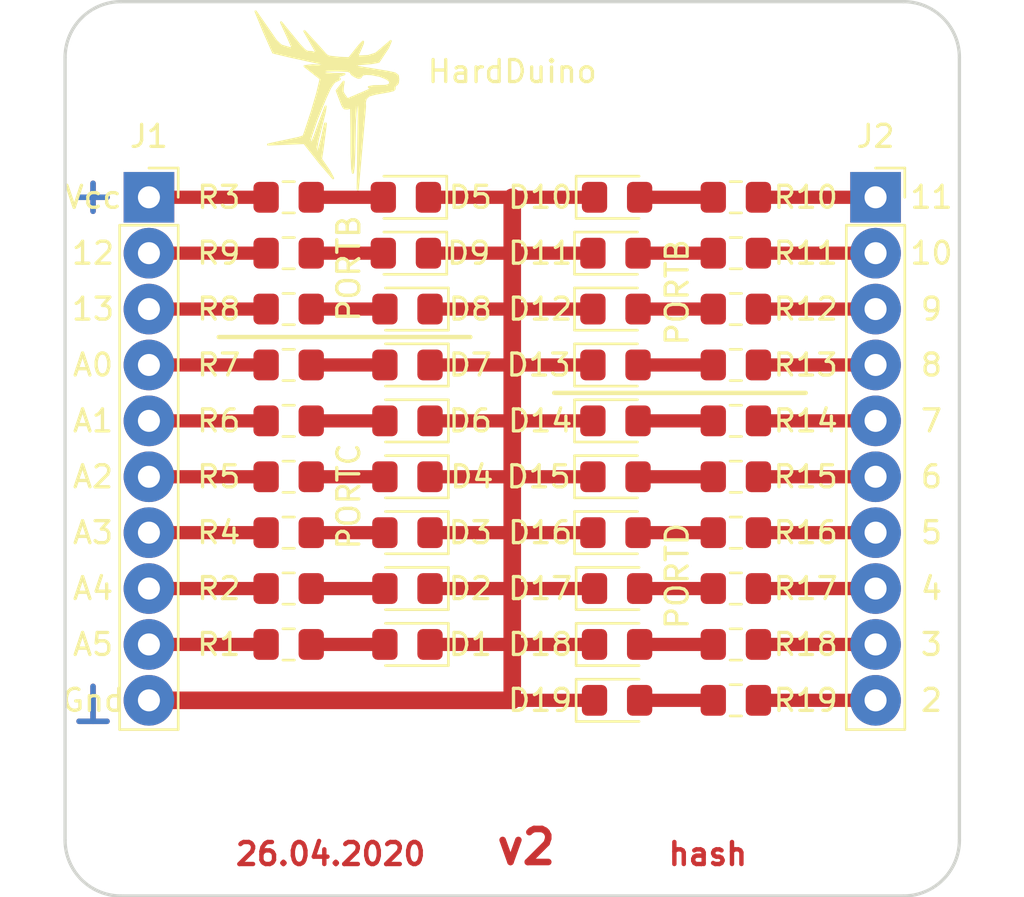
<source format=kicad_pcb>
(kicad_pcb (version 20171130) (host pcbnew "(5.1.5)-3")

  (general
    (thickness 1.6)
    (drawings 39)
    (tracks 75)
    (zones 0)
    (modules 44)
    (nets 40)
  )

  (page A4)
  (layers
    (0 F.Cu signal)
    (31 B.Cu signal)
    (32 B.Adhes user)
    (33 F.Adhes user)
    (34 B.Paste user)
    (35 F.Paste user)
    (36 B.SilkS user)
    (37 F.SilkS user)
    (38 B.Mask user)
    (39 F.Mask user)
    (40 Dwgs.User user)
    (41 Cmts.User user)
    (42 Eco1.User user)
    (43 Eco2.User user)
    (44 Edge.Cuts user)
    (45 Margin user)
    (46 B.CrtYd user)
    (47 F.CrtYd user)
    (48 B.Fab user)
    (49 F.Fab user)
  )

  (setup
    (last_trace_width 0.6)
    (user_trace_width 0.6)
    (user_trace_width 0.8)
    (trace_clearance 0.2)
    (zone_clearance 0.508)
    (zone_45_only no)
    (trace_min 0.2)
    (via_size 0.8)
    (via_drill 0.4)
    (via_min_size 0.4)
    (via_min_drill 0.3)
    (uvia_size 0.3)
    (uvia_drill 0.1)
    (uvias_allowed no)
    (uvia_min_size 0.2)
    (uvia_min_drill 0.1)
    (edge_width 0.05)
    (segment_width 0.2)
    (pcb_text_width 0.3)
    (pcb_text_size 1.5 1.5)
    (mod_edge_width 0.12)
    (mod_text_size 1 1)
    (mod_text_width 0.15)
    (pad_size 2.3 2.3)
    (pad_drill 1)
    (pad_to_mask_clearance 0.051)
    (solder_mask_min_width 0.25)
    (aux_axis_origin 0 0)
    (visible_elements 7FFFFFFF)
    (pcbplotparams
      (layerselection 0x00000_7fffffff)
      (usegerberextensions false)
      (usegerberattributes false)
      (usegerberadvancedattributes false)
      (creategerberjobfile false)
      (excludeedgelayer true)
      (linewidth 0.100000)
      (plotframeref false)
      (viasonmask false)
      (mode 1)
      (useauxorigin false)
      (hpglpennumber 1)
      (hpglpenspeed 20)
      (hpglpendiameter 15.000000)
      (psnegative true)
      (psa4output false)
      (plotreference true)
      (plotvalue true)
      (plotinvisibletext false)
      (padsonsilk false)
      (subtractmaskfromsilk false)
      (outputformat 4)
      (mirror true)
      (drillshape 1)
      (scaleselection 1)
      (outputdirectory "pdf/"))
  )

  (net 0 "")
  (net 1 VCC)
  (net 2 /12)
  (net 3 /13)
  (net 4 /A0)
  (net 5 /A1)
  (net 6 /A2)
  (net 7 /A3)
  (net 8 /A4)
  (net 9 /A5)
  (net 10 GND)
  (net 11 /2)
  (net 12 /3)
  (net 13 /4)
  (net 14 /5)
  (net 15 /6)
  (net 16 /7)
  (net 17 /8)
  (net 18 /9)
  (net 19 /10)
  (net 20 /11)
  (net 21 "Net-(D1-Pad2)")
  (net 22 "Net-(D2-Pad2)")
  (net 23 "Net-(D3-Pad2)")
  (net 24 "Net-(D4-Pad2)")
  (net 25 "Net-(D5-Pad2)")
  (net 26 "Net-(D6-Pad2)")
  (net 27 "Net-(D7-Pad2)")
  (net 28 "Net-(D8-Pad2)")
  (net 29 "Net-(D9-Pad2)")
  (net 30 "Net-(D10-Pad2)")
  (net 31 "Net-(D11-Pad2)")
  (net 32 "Net-(D12-Pad2)")
  (net 33 "Net-(D13-Pad2)")
  (net 34 "Net-(D14-Pad2)")
  (net 35 "Net-(D15-Pad2)")
  (net 36 "Net-(D16-Pad2)")
  (net 37 "Net-(D17-Pad2)")
  (net 38 "Net-(D18-Pad2)")
  (net 39 "Net-(D19-Pad2)")

  (net_class Default "Это класс цепей по умолчанию."
    (clearance 0.2)
    (trace_width 0.25)
    (via_dia 0.8)
    (via_drill 0.4)
    (uvia_dia 0.3)
    (uvia_drill 0.1)
    (add_net /10)
    (add_net /11)
    (add_net /12)
    (add_net /13)
    (add_net /2)
    (add_net /3)
    (add_net /4)
    (add_net /5)
    (add_net /6)
    (add_net /7)
    (add_net /8)
    (add_net /9)
    (add_net /A0)
    (add_net /A1)
    (add_net /A2)
    (add_net /A3)
    (add_net /A4)
    (add_net /A5)
    (add_net GND)
    (add_net "Net-(D1-Pad2)")
    (add_net "Net-(D10-Pad2)")
    (add_net "Net-(D11-Pad2)")
    (add_net "Net-(D12-Pad2)")
    (add_net "Net-(D13-Pad2)")
    (add_net "Net-(D14-Pad2)")
    (add_net "Net-(D15-Pad2)")
    (add_net "Net-(D16-Pad2)")
    (add_net "Net-(D17-Pad2)")
    (add_net "Net-(D18-Pad2)")
    (add_net "Net-(D19-Pad2)")
    (add_net "Net-(D2-Pad2)")
    (add_net "Net-(D3-Pad2)")
    (add_net "Net-(D4-Pad2)")
    (add_net "Net-(D5-Pad2)")
    (add_net "Net-(D6-Pad2)")
    (add_net "Net-(D7-Pad2)")
    (add_net "Net-(D8-Pad2)")
    (add_net "Net-(D9-Pad2)")
    (add_net VCC)
  )

  (module MountingHole:MountingHole_3.2mm_M3 (layer F.Cu) (tedit 56D1B4CB) (tstamp 5D79781E)
    (at 92.71 54.61)
    (descr "Mounting Hole 3.2mm, no annular, M3")
    (tags "mounting hole 3.2mm no annular m3")
    (path /5D791BF4)
    (attr virtual)
    (fp_text reference H1 (at -3.81 -4.2) (layer F.SilkS) hide
      (effects (font (size 1 1) (thickness 0.15)))
    )
    (fp_text value MountingHole (at 2.54 -5.08) (layer F.Fab) hide
      (effects (font (size 1 1) (thickness 0.15)))
    )
    (fp_circle (center 0 0) (end 3.45 0) (layer F.CrtYd) (width 0.05))
    (fp_circle (center 0 0) (end 3.2 0) (layer Cmts.User) (width 0.15))
    (fp_text user %R (at 0.3 0) (layer F.Fab)
      (effects (font (size 1 1) (thickness 0.15)))
    )
    (pad 1 np_thru_hole circle (at 0 0) (size 3.2 3.2) (drill 3.2) (layers *.Cu *.Mask))
  )

  (module MountingHole:MountingHole_3.2mm_M3 (layer F.Cu) (tedit 56D1B4CB) (tstamp 5D797826)
    (at 92.71 87.63)
    (descr "Mounting Hole 3.2mm, no annular, M3")
    (tags "mounting hole 3.2mm no annular m3")
    (path /5D793188)
    (attr virtual)
    (fp_text reference H2 (at -3.81 3.81) (layer F.SilkS) hide
      (effects (font (size 1 1) (thickness 0.15)))
    )
    (fp_text value MountingHole (at 3.81 5.08) (layer F.Fab) hide
      (effects (font (size 1 1) (thickness 0.15)))
    )
    (fp_text user %R (at 0.3 0) (layer F.Fab)
      (effects (font (size 1 1) (thickness 0.15)))
    )
    (fp_circle (center 0 0) (end 3.2 0) (layer Cmts.User) (width 0.15))
    (fp_circle (center 0 0) (end 3.45 0) (layer F.CrtYd) (width 0.05))
    (pad 1 np_thru_hole circle (at 0 0) (size 3.2 3.2) (drill 3.2) (layers *.Cu *.Mask))
  )

  (module MountingHole:MountingHole_3.2mm_M3 (layer F.Cu) (tedit 56D1B4CB) (tstamp 5D79782E)
    (at 125.73 54.61)
    (descr "Mounting Hole 3.2mm, no annular, M3")
    (tags "mounting hole 3.2mm no annular m3")
    (path /5D793224)
    (attr virtual)
    (fp_text reference H3 (at 3.81 -3.81) (layer F.SilkS) hide
      (effects (font (size 1 1) (thickness 0.15)))
    )
    (fp_text value MountingHole (at -2.54 -5.08) (layer F.Fab) hide
      (effects (font (size 1 1) (thickness 0.15)))
    )
    (fp_circle (center 0 0) (end 3.45 0) (layer F.CrtYd) (width 0.05))
    (fp_circle (center 0 0) (end 3.2 0) (layer Cmts.User) (width 0.15))
    (fp_text user %R (at 0.3 0) (layer F.Fab)
      (effects (font (size 1 1) (thickness 0.15)))
    )
    (pad 1 np_thru_hole circle (at 0 0) (size 3.2 3.2) (drill 3.2) (layers *.Cu *.Mask))
  )

  (module MountingHole:MountingHole_3.2mm_M3 (layer F.Cu) (tedit 56D1B4CB) (tstamp 5D797836)
    (at 125.73 87.63)
    (descr "Mounting Hole 3.2mm, no annular, M3")
    (tags "mounting hole 3.2mm no annular m3")
    (path /5D7932CC)
    (attr virtual)
    (fp_text reference H4 (at 3.81 3.81) (layer F.SilkS) hide
      (effects (font (size 1 1) (thickness 0.15)))
    )
    (fp_text value MountingHole (at -5.08 5.08) (layer F.Fab) hide
      (effects (font (size 1 1) (thickness 0.15)))
    )
    (fp_text user %R (at 0 0) (layer F.Fab)
      (effects (font (size 1 1) (thickness 0.15)))
    )
    (fp_circle (center 0 0) (end 3.2 0) (layer Cmts.User) (width 0.15))
    (fp_circle (center 0 0) (end 3.45 0) (layer F.CrtYd) (width 0.05))
    (pad 1 np_thru_hole circle (at 0 0) (size 3.2 3.2) (drill 3.2) (layers *.Cu *.Mask))
  )

  (module Connector_PinSocket_2.54mm:PinSocket_1x10_P2.54mm_Vertical (layer F.Cu) (tedit 5E9C7D65) (tstamp 5E7BED97)
    (at 92.71 59.69)
    (descr "Through hole straight socket strip, 1x10, 2.54mm pitch, single row (from Kicad 4.0.7), script generated")
    (tags "Through hole socket strip THT 1x10 2.54mm single row")
    (path /5E7C174E)
    (fp_text reference J1 (at 0 -2.77) (layer F.SilkS)
      (effects (font (size 1 1) (thickness 0.15)))
    )
    (fp_text value Conn_01x10_Male (at 0 25.63) (layer F.Fab)
      (effects (font (size 1 1) (thickness 0.15)))
    )
    (fp_line (start -1.27 -1.27) (end 0.635 -1.27) (layer F.Fab) (width 0.1))
    (fp_line (start 0.635 -1.27) (end 1.27 -0.635) (layer F.Fab) (width 0.1))
    (fp_line (start 1.27 -0.635) (end 1.27 24.13) (layer F.Fab) (width 0.1))
    (fp_line (start 1.27 24.13) (end -1.27 24.13) (layer F.Fab) (width 0.1))
    (fp_line (start -1.27 24.13) (end -1.27 -1.27) (layer F.Fab) (width 0.1))
    (fp_line (start -1.33 1.27) (end 1.33 1.27) (layer F.SilkS) (width 0.12))
    (fp_line (start -1.33 1.27) (end -1.33 24.19) (layer F.SilkS) (width 0.12))
    (fp_line (start -1.33 24.19) (end 1.33 24.19) (layer F.SilkS) (width 0.12))
    (fp_line (start 1.33 1.27) (end 1.33 24.19) (layer F.SilkS) (width 0.12))
    (fp_line (start 1.33 -1.33) (end 1.33 0) (layer F.SilkS) (width 0.12))
    (fp_line (start 0 -1.33) (end 1.33 -1.33) (layer F.SilkS) (width 0.12))
    (fp_line (start -1.8 -1.8) (end 1.75 -1.8) (layer F.CrtYd) (width 0.05))
    (fp_line (start 1.75 -1.8) (end 1.75 24.6) (layer F.CrtYd) (width 0.05))
    (fp_line (start 1.75 24.6) (end -1.8 24.6) (layer F.CrtYd) (width 0.05))
    (fp_line (start -1.8 24.6) (end -1.8 -1.8) (layer F.CrtYd) (width 0.05))
    (fp_text user %R (at 0 11.43 90) (layer F.Fab)
      (effects (font (size 1 1) (thickness 0.15)))
    )
    (pad 1 thru_hole rect (at 0 0) (size 2.3 2.3) (drill 1) (layers *.Cu *.Mask)
      (net 1 VCC))
    (pad 2 thru_hole oval (at 0 2.54) (size 2.3 2.3) (drill 1) (layers *.Cu *.Mask)
      (net 2 /12))
    (pad 3 thru_hole oval (at 0 5.08) (size 2.3 2.3) (drill 1) (layers *.Cu *.Mask)
      (net 3 /13))
    (pad 4 thru_hole oval (at 0 7.62) (size 2.3 2.3) (drill 1) (layers *.Cu *.Mask)
      (net 4 /A0))
    (pad 5 thru_hole oval (at 0 10.16) (size 2.3 2.3) (drill 1) (layers *.Cu *.Mask)
      (net 5 /A1))
    (pad 6 thru_hole oval (at 0 12.7) (size 2.3 2.3) (drill 1) (layers *.Cu *.Mask)
      (net 6 /A2))
    (pad 7 thru_hole oval (at 0 15.24) (size 2.3 2.3) (drill 1) (layers *.Cu *.Mask)
      (net 7 /A3))
    (pad 8 thru_hole oval (at 0 17.78) (size 2.3 2.3) (drill 1) (layers *.Cu *.Mask)
      (net 8 /A4))
    (pad 9 thru_hole oval (at 0 20.32) (size 2.3 2.3) (drill 1) (layers *.Cu *.Mask)
      (net 9 /A5))
    (pad 10 thru_hole oval (at 0 22.86) (size 2.3 2.3) (drill 1) (layers *.Cu *.Mask)
      (net 10 GND))
    (model ${KISYS3DMOD}/Connector_PinSocket_2.54mm.3dshapes/PinSocket_1x10_P2.54mm_Vertical.wrl
      (at (xyz 0 0 0))
      (scale (xyz 1 1 1))
      (rotate (xyz 0 0 0))
    )
  )

  (module Connector_PinSocket_2.54mm:PinSocket_1x10_P2.54mm_Vertical (layer F.Cu) (tedit 5E9C7DAC) (tstamp 5E7BEDB5)
    (at 125.73 59.69)
    (descr "Through hole straight socket strip, 1x10, 2.54mm pitch, single row (from Kicad 4.0.7), script generated")
    (tags "Through hole socket strip THT 1x10 2.54mm single row")
    (path /5E7C1FC2)
    (fp_text reference J2 (at 0 -2.77) (layer F.SilkS)
      (effects (font (size 1 1) (thickness 0.15)))
    )
    (fp_text value Conn_01x10_Male (at 0 25.63) (layer F.Fab)
      (effects (font (size 1 1) (thickness 0.15)))
    )
    (fp_text user %R (at 0 11.43 90) (layer F.Fab)
      (effects (font (size 1 1) (thickness 0.15)))
    )
    (fp_line (start -1.8 24.6) (end -1.8 -1.8) (layer F.CrtYd) (width 0.05))
    (fp_line (start 1.75 24.6) (end -1.8 24.6) (layer F.CrtYd) (width 0.05))
    (fp_line (start 1.75 -1.8) (end 1.75 24.6) (layer F.CrtYd) (width 0.05))
    (fp_line (start -1.8 -1.8) (end 1.75 -1.8) (layer F.CrtYd) (width 0.05))
    (fp_line (start 0 -1.33) (end 1.33 -1.33) (layer F.SilkS) (width 0.12))
    (fp_line (start 1.33 -1.33) (end 1.33 0) (layer F.SilkS) (width 0.12))
    (fp_line (start 1.33 1.27) (end 1.33 24.19) (layer F.SilkS) (width 0.12))
    (fp_line (start -1.33 24.19) (end 1.33 24.19) (layer F.SilkS) (width 0.12))
    (fp_line (start -1.33 1.27) (end -1.33 24.19) (layer F.SilkS) (width 0.12))
    (fp_line (start -1.33 1.27) (end 1.33 1.27) (layer F.SilkS) (width 0.12))
    (fp_line (start -1.27 24.13) (end -1.27 -1.27) (layer F.Fab) (width 0.1))
    (fp_line (start 1.27 24.13) (end -1.27 24.13) (layer F.Fab) (width 0.1))
    (fp_line (start 1.27 -0.635) (end 1.27 24.13) (layer F.Fab) (width 0.1))
    (fp_line (start 0.635 -1.27) (end 1.27 -0.635) (layer F.Fab) (width 0.1))
    (fp_line (start -1.27 -1.27) (end 0.635 -1.27) (layer F.Fab) (width 0.1))
    (pad 10 thru_hole oval (at 0 22.86) (size 2.3 2.3) (drill 1) (layers *.Cu *.Mask)
      (net 11 /2))
    (pad 9 thru_hole oval (at 0 20.32) (size 2.3 2.3) (drill 1) (layers *.Cu *.Mask)
      (net 12 /3))
    (pad 8 thru_hole oval (at 0 17.78) (size 2.3 2.3) (drill 1) (layers *.Cu *.Mask)
      (net 13 /4))
    (pad 7 thru_hole oval (at 0 15.24) (size 2.3 2.3) (drill 1) (layers *.Cu *.Mask)
      (net 14 /5))
    (pad 6 thru_hole oval (at 0 12.7) (size 2.3 2.3) (drill 1) (layers *.Cu *.Mask)
      (net 15 /6))
    (pad 5 thru_hole oval (at 0 10.16) (size 2.3 2.3) (drill 1) (layers *.Cu *.Mask)
      (net 16 /7))
    (pad 4 thru_hole oval (at 0 7.62) (size 2.3 2.3) (drill 1) (layers *.Cu *.Mask)
      (net 17 /8))
    (pad 3 thru_hole oval (at 0 5.08) (size 2.3 2.3) (drill 1) (layers *.Cu *.Mask)
      (net 18 /9))
    (pad 2 thru_hole oval (at 0 2.54) (size 2.3 2.3) (drill 1) (layers *.Cu *.Mask)
      (net 19 /10))
    (pad 1 thru_hole rect (at 0 0) (size 2.3 2.3) (drill 1) (layers *.Cu *.Mask)
      (net 20 /11))
    (model ${KISYS3DMOD}/Connector_PinSocket_2.54mm.3dshapes/PinSocket_1x10_P2.54mm_Vertical.wrl
      (at (xyz 0 0 0))
      (scale (xyz 1 1 1))
      (rotate (xyz 0 0 0))
    )
  )

  (module LED_SMD:LED_0805_2012Metric_Pad1.15x1.40mm_HandSolder (layer F.Cu) (tedit 5B4B45C9) (tstamp 5EA5172B)
    (at 104.4575 80.01 180)
    (descr "LED SMD 0805 (2012 Metric), square (rectangular) end terminal, IPC_7351 nominal, (Body size source: https://docs.google.com/spreadsheets/d/1BsfQQcO9C6DZCsRaXUlFlo91Tg2WpOkGARC1WS5S8t0/edit?usp=sharing), generated with kicad-footprint-generator")
    (tags "LED handsolder")
    (path /5EA74609)
    (attr smd)
    (fp_text reference D1 (at -2.8575 0) (layer F.SilkS)
      (effects (font (size 1 1) (thickness 0.15)))
    )
    (fp_text value LED (at 0 1.65) (layer F.Fab)
      (effects (font (size 1 1) (thickness 0.15)))
    )
    (fp_line (start 1 -0.6) (end -0.7 -0.6) (layer F.Fab) (width 0.1))
    (fp_line (start -0.7 -0.6) (end -1 -0.3) (layer F.Fab) (width 0.1))
    (fp_line (start -1 -0.3) (end -1 0.6) (layer F.Fab) (width 0.1))
    (fp_line (start -1 0.6) (end 1 0.6) (layer F.Fab) (width 0.1))
    (fp_line (start 1 0.6) (end 1 -0.6) (layer F.Fab) (width 0.1))
    (fp_line (start 1 -0.96) (end -1.86 -0.96) (layer F.SilkS) (width 0.12))
    (fp_line (start -1.86 -0.96) (end -1.86 0.96) (layer F.SilkS) (width 0.12))
    (fp_line (start -1.86 0.96) (end 1 0.96) (layer F.SilkS) (width 0.12))
    (fp_line (start -1.85 0.95) (end -1.85 -0.95) (layer F.CrtYd) (width 0.05))
    (fp_line (start -1.85 -0.95) (end 1.85 -0.95) (layer F.CrtYd) (width 0.05))
    (fp_line (start 1.85 -0.95) (end 1.85 0.95) (layer F.CrtYd) (width 0.05))
    (fp_line (start 1.85 0.95) (end -1.85 0.95) (layer F.CrtYd) (width 0.05))
    (fp_text user %R (at 0 0) (layer F.Fab)
      (effects (font (size 0.5 0.5) (thickness 0.08)))
    )
    (pad 1 smd roundrect (at -1.025 0 180) (size 1.15 1.4) (layers F.Cu F.Paste F.Mask) (roundrect_rratio 0.217391)
      (net 10 GND))
    (pad 2 smd roundrect (at 1.025 0 180) (size 1.15 1.4) (layers F.Cu F.Paste F.Mask) (roundrect_rratio 0.217391)
      (net 21 "Net-(D1-Pad2)"))
    (model ${KISYS3DMOD}/LED_SMD.3dshapes/LED_0805_2012Metric.wrl
      (at (xyz 0 0 0))
      (scale (xyz 1 1 1))
      (rotate (xyz 0 0 0))
    )
  )

  (module LED_SMD:LED_0805_2012Metric_Pad1.15x1.40mm_HandSolder (layer F.Cu) (tedit 5B4B45C9) (tstamp 5EA5173E)
    (at 104.4575 77.47 180)
    (descr "LED SMD 0805 (2012 Metric), square (rectangular) end terminal, IPC_7351 nominal, (Body size source: https://docs.google.com/spreadsheets/d/1BsfQQcO9C6DZCsRaXUlFlo91Tg2WpOkGARC1WS5S8t0/edit?usp=sharing), generated with kicad-footprint-generator")
    (tags "LED handsolder")
    (path /5EA7461C)
    (attr smd)
    (fp_text reference D2 (at -2.8575 0) (layer F.SilkS)
      (effects (font (size 1 1) (thickness 0.15)))
    )
    (fp_text value LED (at 0 1.65) (layer F.Fab)
      (effects (font (size 1 1) (thickness 0.15)))
    )
    (fp_line (start 1 -0.6) (end -0.7 -0.6) (layer F.Fab) (width 0.1))
    (fp_line (start -0.7 -0.6) (end -1 -0.3) (layer F.Fab) (width 0.1))
    (fp_line (start -1 -0.3) (end -1 0.6) (layer F.Fab) (width 0.1))
    (fp_line (start -1 0.6) (end 1 0.6) (layer F.Fab) (width 0.1))
    (fp_line (start 1 0.6) (end 1 -0.6) (layer F.Fab) (width 0.1))
    (fp_line (start 1 -0.96) (end -1.86 -0.96) (layer F.SilkS) (width 0.12))
    (fp_line (start -1.86 -0.96) (end -1.86 0.96) (layer F.SilkS) (width 0.12))
    (fp_line (start -1.86 0.96) (end 1 0.96) (layer F.SilkS) (width 0.12))
    (fp_line (start -1.85 0.95) (end -1.85 -0.95) (layer F.CrtYd) (width 0.05))
    (fp_line (start -1.85 -0.95) (end 1.85 -0.95) (layer F.CrtYd) (width 0.05))
    (fp_line (start 1.85 -0.95) (end 1.85 0.95) (layer F.CrtYd) (width 0.05))
    (fp_line (start 1.85 0.95) (end -1.85 0.95) (layer F.CrtYd) (width 0.05))
    (fp_text user %R (at 0 0) (layer F.Fab)
      (effects (font (size 0.5 0.5) (thickness 0.08)))
    )
    (pad 1 smd roundrect (at -1.025 0 180) (size 1.15 1.4) (layers F.Cu F.Paste F.Mask) (roundrect_rratio 0.217391)
      (net 10 GND))
    (pad 2 smd roundrect (at 1.025 0 180) (size 1.15 1.4) (layers F.Cu F.Paste F.Mask) (roundrect_rratio 0.217391)
      (net 22 "Net-(D2-Pad2)"))
    (model ${KISYS3DMOD}/LED_SMD.3dshapes/LED_0805_2012Metric.wrl
      (at (xyz 0 0 0))
      (scale (xyz 1 1 1))
      (rotate (xyz 0 0 0))
    )
  )

  (module LED_SMD:LED_0805_2012Metric_Pad1.15x1.40mm_HandSolder (layer F.Cu) (tedit 5B4B45C9) (tstamp 5EA51751)
    (at 104.4575 74.93 180)
    (descr "LED SMD 0805 (2012 Metric), square (rectangular) end terminal, IPC_7351 nominal, (Body size source: https://docs.google.com/spreadsheets/d/1BsfQQcO9C6DZCsRaXUlFlo91Tg2WpOkGARC1WS5S8t0/edit?usp=sharing), generated with kicad-footprint-generator")
    (tags "LED handsolder")
    (path /5EA7462F)
    (attr smd)
    (fp_text reference D3 (at -2.8575 0) (layer F.SilkS)
      (effects (font (size 1 1) (thickness 0.15)))
    )
    (fp_text value LED (at 0 1.65) (layer F.Fab)
      (effects (font (size 1 1) (thickness 0.15)))
    )
    (fp_text user %R (at 0 0) (layer F.Fab)
      (effects (font (size 0.5 0.5) (thickness 0.08)))
    )
    (fp_line (start 1.85 0.95) (end -1.85 0.95) (layer F.CrtYd) (width 0.05))
    (fp_line (start 1.85 -0.95) (end 1.85 0.95) (layer F.CrtYd) (width 0.05))
    (fp_line (start -1.85 -0.95) (end 1.85 -0.95) (layer F.CrtYd) (width 0.05))
    (fp_line (start -1.85 0.95) (end -1.85 -0.95) (layer F.CrtYd) (width 0.05))
    (fp_line (start -1.86 0.96) (end 1 0.96) (layer F.SilkS) (width 0.12))
    (fp_line (start -1.86 -0.96) (end -1.86 0.96) (layer F.SilkS) (width 0.12))
    (fp_line (start 1 -0.96) (end -1.86 -0.96) (layer F.SilkS) (width 0.12))
    (fp_line (start 1 0.6) (end 1 -0.6) (layer F.Fab) (width 0.1))
    (fp_line (start -1 0.6) (end 1 0.6) (layer F.Fab) (width 0.1))
    (fp_line (start -1 -0.3) (end -1 0.6) (layer F.Fab) (width 0.1))
    (fp_line (start -0.7 -0.6) (end -1 -0.3) (layer F.Fab) (width 0.1))
    (fp_line (start 1 -0.6) (end -0.7 -0.6) (layer F.Fab) (width 0.1))
    (pad 2 smd roundrect (at 1.025 0 180) (size 1.15 1.4) (layers F.Cu F.Paste F.Mask) (roundrect_rratio 0.217391)
      (net 23 "Net-(D3-Pad2)"))
    (pad 1 smd roundrect (at -1.025 0 180) (size 1.15 1.4) (layers F.Cu F.Paste F.Mask) (roundrect_rratio 0.217391)
      (net 10 GND))
    (model ${KISYS3DMOD}/LED_SMD.3dshapes/LED_0805_2012Metric.wrl
      (at (xyz 0 0 0))
      (scale (xyz 1 1 1))
      (rotate (xyz 0 0 0))
    )
  )

  (module LED_SMD:LED_0805_2012Metric_Pad1.15x1.40mm_HandSolder (layer F.Cu) (tedit 5B4B45C9) (tstamp 5EA51764)
    (at 104.4575 72.39 180)
    (descr "LED SMD 0805 (2012 Metric), square (rectangular) end terminal, IPC_7351 nominal, (Body size source: https://docs.google.com/spreadsheets/d/1BsfQQcO9C6DZCsRaXUlFlo91Tg2WpOkGARC1WS5S8t0/edit?usp=sharing), generated with kicad-footprint-generator")
    (tags "LED handsolder")
    (path /5EA74642)
    (attr smd)
    (fp_text reference D4 (at -2.93 0) (layer F.SilkS)
      (effects (font (size 1 1) (thickness 0.15)))
    )
    (fp_text value LED (at 0 1.65) (layer F.Fab)
      (effects (font (size 1 1) (thickness 0.15)))
    )
    (fp_line (start 1 -0.6) (end -0.7 -0.6) (layer F.Fab) (width 0.1))
    (fp_line (start -0.7 -0.6) (end -1 -0.3) (layer F.Fab) (width 0.1))
    (fp_line (start -1 -0.3) (end -1 0.6) (layer F.Fab) (width 0.1))
    (fp_line (start -1 0.6) (end 1 0.6) (layer F.Fab) (width 0.1))
    (fp_line (start 1 0.6) (end 1 -0.6) (layer F.Fab) (width 0.1))
    (fp_line (start 1 -0.96) (end -1.86 -0.96) (layer F.SilkS) (width 0.12))
    (fp_line (start -1.86 -0.96) (end -1.86 0.96) (layer F.SilkS) (width 0.12))
    (fp_line (start -1.86 0.96) (end 1 0.96) (layer F.SilkS) (width 0.12))
    (fp_line (start -1.85 0.95) (end -1.85 -0.95) (layer F.CrtYd) (width 0.05))
    (fp_line (start -1.85 -0.95) (end 1.85 -0.95) (layer F.CrtYd) (width 0.05))
    (fp_line (start 1.85 -0.95) (end 1.85 0.95) (layer F.CrtYd) (width 0.05))
    (fp_line (start 1.85 0.95) (end -1.85 0.95) (layer F.CrtYd) (width 0.05))
    (fp_text user %R (at 0 0) (layer F.Fab)
      (effects (font (size 0.5 0.5) (thickness 0.08)))
    )
    (pad 1 smd roundrect (at -1.025 0 180) (size 1.15 1.4) (layers F.Cu F.Paste F.Mask) (roundrect_rratio 0.217391)
      (net 10 GND))
    (pad 2 smd roundrect (at 1.025 0 180) (size 1.15 1.4) (layers F.Cu F.Paste F.Mask) (roundrect_rratio 0.217391)
      (net 24 "Net-(D4-Pad2)"))
    (model ${KISYS3DMOD}/LED_SMD.3dshapes/LED_0805_2012Metric.wrl
      (at (xyz 0 0 0))
      (scale (xyz 1 1 1))
      (rotate (xyz 0 0 0))
    )
  )

  (module LED_SMD:LED_0805_2012Metric_Pad1.15x1.40mm_HandSolder (layer F.Cu) (tedit 5B4B45C9) (tstamp 5EA51777)
    (at 104.385 59.69 180)
    (descr "LED SMD 0805 (2012 Metric), square (rectangular) end terminal, IPC_7351 nominal, (Body size source: https://docs.google.com/spreadsheets/d/1BsfQQcO9C6DZCsRaXUlFlo91Tg2WpOkGARC1WS5S8t0/edit?usp=sharing), generated with kicad-footprint-generator")
    (tags "LED handsolder")
    (path /5EAAAA67)
    (attr smd)
    (fp_text reference D5 (at -2.93 0) (layer F.SilkS)
      (effects (font (size 1 1) (thickness 0.15)))
    )
    (fp_text value LED (at 0 1.65) (layer F.Fab)
      (effects (font (size 1 1) (thickness 0.15)))
    )
    (fp_text user %R (at 0 0) (layer F.Fab)
      (effects (font (size 0.5 0.5) (thickness 0.08)))
    )
    (fp_line (start 1.85 0.95) (end -1.85 0.95) (layer F.CrtYd) (width 0.05))
    (fp_line (start 1.85 -0.95) (end 1.85 0.95) (layer F.CrtYd) (width 0.05))
    (fp_line (start -1.85 -0.95) (end 1.85 -0.95) (layer F.CrtYd) (width 0.05))
    (fp_line (start -1.85 0.95) (end -1.85 -0.95) (layer F.CrtYd) (width 0.05))
    (fp_line (start -1.86 0.96) (end 1 0.96) (layer F.SilkS) (width 0.12))
    (fp_line (start -1.86 -0.96) (end -1.86 0.96) (layer F.SilkS) (width 0.12))
    (fp_line (start 1 -0.96) (end -1.86 -0.96) (layer F.SilkS) (width 0.12))
    (fp_line (start 1 0.6) (end 1 -0.6) (layer F.Fab) (width 0.1))
    (fp_line (start -1 0.6) (end 1 0.6) (layer F.Fab) (width 0.1))
    (fp_line (start -1 -0.3) (end -1 0.6) (layer F.Fab) (width 0.1))
    (fp_line (start -0.7 -0.6) (end -1 -0.3) (layer F.Fab) (width 0.1))
    (fp_line (start 1 -0.6) (end -0.7 -0.6) (layer F.Fab) (width 0.1))
    (pad 2 smd roundrect (at 1.025 0 180) (size 1.15 1.4) (layers F.Cu F.Paste F.Mask) (roundrect_rratio 0.217391)
      (net 25 "Net-(D5-Pad2)"))
    (pad 1 smd roundrect (at -1.025 0 180) (size 1.15 1.4) (layers F.Cu F.Paste F.Mask) (roundrect_rratio 0.217391)
      (net 10 GND))
    (model ${KISYS3DMOD}/LED_SMD.3dshapes/LED_0805_2012Metric.wrl
      (at (xyz 0 0 0))
      (scale (xyz 1 1 1))
      (rotate (xyz 0 0 0))
    )
  )

  (module LED_SMD:LED_0805_2012Metric_Pad1.15x1.40mm_HandSolder (layer F.Cu) (tedit 5B4B45C9) (tstamp 5EA5178A)
    (at 104.4575 69.85 180)
    (descr "LED SMD 0805 (2012 Metric), square (rectangular) end terminal, IPC_7351 nominal, (Body size source: https://docs.google.com/spreadsheets/d/1BsfQQcO9C6DZCsRaXUlFlo91Tg2WpOkGARC1WS5S8t0/edit?usp=sharing), generated with kicad-footprint-generator")
    (tags "LED handsolder")
    (path /5EA74655)
    (attr smd)
    (fp_text reference D6 (at -2.8575 0) (layer F.SilkS)
      (effects (font (size 1 1) (thickness 0.15)))
    )
    (fp_text value LED (at 0 1.65) (layer F.Fab)
      (effects (font (size 1 1) (thickness 0.15)))
    )
    (fp_text user %R (at 0 0) (layer F.Fab)
      (effects (font (size 0.5 0.5) (thickness 0.08)))
    )
    (fp_line (start 1.85 0.95) (end -1.85 0.95) (layer F.CrtYd) (width 0.05))
    (fp_line (start 1.85 -0.95) (end 1.85 0.95) (layer F.CrtYd) (width 0.05))
    (fp_line (start -1.85 -0.95) (end 1.85 -0.95) (layer F.CrtYd) (width 0.05))
    (fp_line (start -1.85 0.95) (end -1.85 -0.95) (layer F.CrtYd) (width 0.05))
    (fp_line (start -1.86 0.96) (end 1 0.96) (layer F.SilkS) (width 0.12))
    (fp_line (start -1.86 -0.96) (end -1.86 0.96) (layer F.SilkS) (width 0.12))
    (fp_line (start 1 -0.96) (end -1.86 -0.96) (layer F.SilkS) (width 0.12))
    (fp_line (start 1 0.6) (end 1 -0.6) (layer F.Fab) (width 0.1))
    (fp_line (start -1 0.6) (end 1 0.6) (layer F.Fab) (width 0.1))
    (fp_line (start -1 -0.3) (end -1 0.6) (layer F.Fab) (width 0.1))
    (fp_line (start -0.7 -0.6) (end -1 -0.3) (layer F.Fab) (width 0.1))
    (fp_line (start 1 -0.6) (end -0.7 -0.6) (layer F.Fab) (width 0.1))
    (pad 2 smd roundrect (at 1.025 0 180) (size 1.15 1.4) (layers F.Cu F.Paste F.Mask) (roundrect_rratio 0.217391)
      (net 26 "Net-(D6-Pad2)"))
    (pad 1 smd roundrect (at -1.025 0 180) (size 1.15 1.4) (layers F.Cu F.Paste F.Mask) (roundrect_rratio 0.217391)
      (net 10 GND))
    (model ${KISYS3DMOD}/LED_SMD.3dshapes/LED_0805_2012Metric.wrl
      (at (xyz 0 0 0))
      (scale (xyz 1 1 1))
      (rotate (xyz 0 0 0))
    )
  )

  (module LED_SMD:LED_0805_2012Metric_Pad1.15x1.40mm_HandSolder (layer F.Cu) (tedit 5B4B45C9) (tstamp 5EA5179D)
    (at 104.4575 67.31 180)
    (descr "LED SMD 0805 (2012 Metric), square (rectangular) end terminal, IPC_7351 nominal, (Body size source: https://docs.google.com/spreadsheets/d/1BsfQQcO9C6DZCsRaXUlFlo91Tg2WpOkGARC1WS5S8t0/edit?usp=sharing), generated with kicad-footprint-generator")
    (tags "LED handsolder")
    (path /5EA74668)
    (attr smd)
    (fp_text reference D7 (at -2.8575 0) (layer F.SilkS)
      (effects (font (size 1 1) (thickness 0.15)))
    )
    (fp_text value LED (at 0 1.65) (layer F.Fab)
      (effects (font (size 1 1) (thickness 0.15)))
    )
    (fp_line (start 1 -0.6) (end -0.7 -0.6) (layer F.Fab) (width 0.1))
    (fp_line (start -0.7 -0.6) (end -1 -0.3) (layer F.Fab) (width 0.1))
    (fp_line (start -1 -0.3) (end -1 0.6) (layer F.Fab) (width 0.1))
    (fp_line (start -1 0.6) (end 1 0.6) (layer F.Fab) (width 0.1))
    (fp_line (start 1 0.6) (end 1 -0.6) (layer F.Fab) (width 0.1))
    (fp_line (start 1 -0.96) (end -1.86 -0.96) (layer F.SilkS) (width 0.12))
    (fp_line (start -1.86 -0.96) (end -1.86 0.96) (layer F.SilkS) (width 0.12))
    (fp_line (start -1.86 0.96) (end 1 0.96) (layer F.SilkS) (width 0.12))
    (fp_line (start -1.85 0.95) (end -1.85 -0.95) (layer F.CrtYd) (width 0.05))
    (fp_line (start -1.85 -0.95) (end 1.85 -0.95) (layer F.CrtYd) (width 0.05))
    (fp_line (start 1.85 -0.95) (end 1.85 0.95) (layer F.CrtYd) (width 0.05))
    (fp_line (start 1.85 0.95) (end -1.85 0.95) (layer F.CrtYd) (width 0.05))
    (fp_text user %R (at 0 0) (layer F.Fab)
      (effects (font (size 0.5 0.5) (thickness 0.08)))
    )
    (pad 1 smd roundrect (at -1.025 0 180) (size 1.15 1.4) (layers F.Cu F.Paste F.Mask) (roundrect_rratio 0.217391)
      (net 10 GND))
    (pad 2 smd roundrect (at 1.025 0 180) (size 1.15 1.4) (layers F.Cu F.Paste F.Mask) (roundrect_rratio 0.217391)
      (net 27 "Net-(D7-Pad2)"))
    (model ${KISYS3DMOD}/LED_SMD.3dshapes/LED_0805_2012Metric.wrl
      (at (xyz 0 0 0))
      (scale (xyz 1 1 1))
      (rotate (xyz 0 0 0))
    )
  )

  (module LED_SMD:LED_0805_2012Metric_Pad1.15x1.40mm_HandSolder (layer F.Cu) (tedit 5B4B45C9) (tstamp 5EA517B0)
    (at 104.4575 64.77 180)
    (descr "LED SMD 0805 (2012 Metric), square (rectangular) end terminal, IPC_7351 nominal, (Body size source: https://docs.google.com/spreadsheets/d/1BsfQQcO9C6DZCsRaXUlFlo91Tg2WpOkGARC1WS5S8t0/edit?usp=sharing), generated with kicad-footprint-generator")
    (tags "LED handsolder")
    (path /5EA4BED1)
    (attr smd)
    (fp_text reference D8 (at -2.8575 0) (layer F.SilkS)
      (effects (font (size 1 1) (thickness 0.15)))
    )
    (fp_text value LED (at 0 1.65) (layer F.Fab)
      (effects (font (size 1 1) (thickness 0.15)))
    )
    (fp_line (start 1 -0.6) (end -0.7 -0.6) (layer F.Fab) (width 0.1))
    (fp_line (start -0.7 -0.6) (end -1 -0.3) (layer F.Fab) (width 0.1))
    (fp_line (start -1 -0.3) (end -1 0.6) (layer F.Fab) (width 0.1))
    (fp_line (start -1 0.6) (end 1 0.6) (layer F.Fab) (width 0.1))
    (fp_line (start 1 0.6) (end 1 -0.6) (layer F.Fab) (width 0.1))
    (fp_line (start 1 -0.96) (end -1.86 -0.96) (layer F.SilkS) (width 0.12))
    (fp_line (start -1.86 -0.96) (end -1.86 0.96) (layer F.SilkS) (width 0.12))
    (fp_line (start -1.86 0.96) (end 1 0.96) (layer F.SilkS) (width 0.12))
    (fp_line (start -1.85 0.95) (end -1.85 -0.95) (layer F.CrtYd) (width 0.05))
    (fp_line (start -1.85 -0.95) (end 1.85 -0.95) (layer F.CrtYd) (width 0.05))
    (fp_line (start 1.85 -0.95) (end 1.85 0.95) (layer F.CrtYd) (width 0.05))
    (fp_line (start 1.85 0.95) (end -1.85 0.95) (layer F.CrtYd) (width 0.05))
    (fp_text user %R (at 0 0) (layer F.Fab)
      (effects (font (size 0.5 0.5) (thickness 0.08)))
    )
    (pad 1 smd roundrect (at -1.025 0 180) (size 1.15 1.4) (layers F.Cu F.Paste F.Mask) (roundrect_rratio 0.217391)
      (net 10 GND))
    (pad 2 smd roundrect (at 1.025 0 180) (size 1.15 1.4) (layers F.Cu F.Paste F.Mask) (roundrect_rratio 0.217391)
      (net 28 "Net-(D8-Pad2)"))
    (model ${KISYS3DMOD}/LED_SMD.3dshapes/LED_0805_2012Metric.wrl
      (at (xyz 0 0 0))
      (scale (xyz 1 1 1))
      (rotate (xyz 0 0 0))
    )
  )

  (module LED_SMD:LED_0805_2012Metric_Pad1.15x1.40mm_HandSolder (layer F.Cu) (tedit 5B4B45C9) (tstamp 5EA517C3)
    (at 104.385 62.23 180)
    (descr "LED SMD 0805 (2012 Metric), square (rectangular) end terminal, IPC_7351 nominal, (Body size source: https://docs.google.com/spreadsheets/d/1BsfQQcO9C6DZCsRaXUlFlo91Tg2WpOkGARC1WS5S8t0/edit?usp=sharing), generated with kicad-footprint-generator")
    (tags "LED handsolder")
    (path /5EA562C0)
    (attr smd)
    (fp_text reference D9 (at -2.8575 0) (layer F.SilkS)
      (effects (font (size 1 1) (thickness 0.15)))
    )
    (fp_text value LED (at 0 1.65) (layer F.Fab)
      (effects (font (size 1 1) (thickness 0.15)))
    )
    (fp_text user %R (at 0 0) (layer F.Fab)
      (effects (font (size 0.5 0.5) (thickness 0.08)))
    )
    (fp_line (start 1.85 0.95) (end -1.85 0.95) (layer F.CrtYd) (width 0.05))
    (fp_line (start 1.85 -0.95) (end 1.85 0.95) (layer F.CrtYd) (width 0.05))
    (fp_line (start -1.85 -0.95) (end 1.85 -0.95) (layer F.CrtYd) (width 0.05))
    (fp_line (start -1.85 0.95) (end -1.85 -0.95) (layer F.CrtYd) (width 0.05))
    (fp_line (start -1.86 0.96) (end 1 0.96) (layer F.SilkS) (width 0.12))
    (fp_line (start -1.86 -0.96) (end -1.86 0.96) (layer F.SilkS) (width 0.12))
    (fp_line (start 1 -0.96) (end -1.86 -0.96) (layer F.SilkS) (width 0.12))
    (fp_line (start 1 0.6) (end 1 -0.6) (layer F.Fab) (width 0.1))
    (fp_line (start -1 0.6) (end 1 0.6) (layer F.Fab) (width 0.1))
    (fp_line (start -1 -0.3) (end -1 0.6) (layer F.Fab) (width 0.1))
    (fp_line (start -0.7 -0.6) (end -1 -0.3) (layer F.Fab) (width 0.1))
    (fp_line (start 1 -0.6) (end -0.7 -0.6) (layer F.Fab) (width 0.1))
    (pad 2 smd roundrect (at 1.025 0 180) (size 1.15 1.4) (layers F.Cu F.Paste F.Mask) (roundrect_rratio 0.217391)
      (net 29 "Net-(D9-Pad2)"))
    (pad 1 smd roundrect (at -1.025 0 180) (size 1.15 1.4) (layers F.Cu F.Paste F.Mask) (roundrect_rratio 0.217391)
      (net 10 GND))
    (model ${KISYS3DMOD}/LED_SMD.3dshapes/LED_0805_2012Metric.wrl
      (at (xyz 0 0 0))
      (scale (xyz 1 1 1))
      (rotate (xyz 0 0 0))
    )
  )

  (module LED_SMD:LED_0805_2012Metric_Pad1.15x1.40mm_HandSolder (layer F.Cu) (tedit 5B4B45C9) (tstamp 5EA517D6)
    (at 113.9825 59.69)
    (descr "LED SMD 0805 (2012 Metric), square (rectangular) end terminal, IPC_7351 nominal, (Body size source: https://docs.google.com/spreadsheets/d/1BsfQQcO9C6DZCsRaXUlFlo91Tg2WpOkGARC1WS5S8t0/edit?usp=sharing), generated with kicad-footprint-generator")
    (tags "LED handsolder")
    (path /5EA569E8)
    (attr smd)
    (fp_text reference D10 (at -3.4925 0) (layer F.SilkS)
      (effects (font (size 1 1) (thickness 0.15)))
    )
    (fp_text value LED (at 0 1.65) (layer F.Fab)
      (effects (font (size 1 1) (thickness 0.15)))
    )
    (fp_text user %R (at 0 0) (layer F.Fab)
      (effects (font (size 0.5 0.5) (thickness 0.08)))
    )
    (fp_line (start 1.85 0.95) (end -1.85 0.95) (layer F.CrtYd) (width 0.05))
    (fp_line (start 1.85 -0.95) (end 1.85 0.95) (layer F.CrtYd) (width 0.05))
    (fp_line (start -1.85 -0.95) (end 1.85 -0.95) (layer F.CrtYd) (width 0.05))
    (fp_line (start -1.85 0.95) (end -1.85 -0.95) (layer F.CrtYd) (width 0.05))
    (fp_line (start -1.86 0.96) (end 1 0.96) (layer F.SilkS) (width 0.12))
    (fp_line (start -1.86 -0.96) (end -1.86 0.96) (layer F.SilkS) (width 0.12))
    (fp_line (start 1 -0.96) (end -1.86 -0.96) (layer F.SilkS) (width 0.12))
    (fp_line (start 1 0.6) (end 1 -0.6) (layer F.Fab) (width 0.1))
    (fp_line (start -1 0.6) (end 1 0.6) (layer F.Fab) (width 0.1))
    (fp_line (start -1 -0.3) (end -1 0.6) (layer F.Fab) (width 0.1))
    (fp_line (start -0.7 -0.6) (end -1 -0.3) (layer F.Fab) (width 0.1))
    (fp_line (start 1 -0.6) (end -0.7 -0.6) (layer F.Fab) (width 0.1))
    (pad 2 smd roundrect (at 1.025 0) (size 1.15 1.4) (layers F.Cu F.Paste F.Mask) (roundrect_rratio 0.217391)
      (net 30 "Net-(D10-Pad2)"))
    (pad 1 smd roundrect (at -1.025 0) (size 1.15 1.4) (layers F.Cu F.Paste F.Mask) (roundrect_rratio 0.217391)
      (net 10 GND))
    (model ${KISYS3DMOD}/LED_SMD.3dshapes/LED_0805_2012Metric.wrl
      (at (xyz 0 0 0))
      (scale (xyz 1 1 1))
      (rotate (xyz 0 0 0))
    )
  )

  (module LED_SMD:LED_0805_2012Metric_Pad1.15x1.40mm_HandSolder (layer F.Cu) (tedit 5B4B45C9) (tstamp 5EA517E9)
    (at 113.91 62.23)
    (descr "LED SMD 0805 (2012 Metric), square (rectangular) end terminal, IPC_7351 nominal, (Body size source: https://docs.google.com/spreadsheets/d/1BsfQQcO9C6DZCsRaXUlFlo91Tg2WpOkGARC1WS5S8t0/edit?usp=sharing), generated with kicad-footprint-generator")
    (tags "LED handsolder")
    (path /5EA57A06)
    (attr smd)
    (fp_text reference D11 (at -3.42 0) (layer F.SilkS)
      (effects (font (size 1 1) (thickness 0.15)))
    )
    (fp_text value LED (at 0 1.65) (layer F.Fab)
      (effects (font (size 1 1) (thickness 0.15)))
    )
    (fp_text user %R (at 0 0) (layer F.Fab)
      (effects (font (size 0.5 0.5) (thickness 0.08)))
    )
    (fp_line (start 1.85 0.95) (end -1.85 0.95) (layer F.CrtYd) (width 0.05))
    (fp_line (start 1.85 -0.95) (end 1.85 0.95) (layer F.CrtYd) (width 0.05))
    (fp_line (start -1.85 -0.95) (end 1.85 -0.95) (layer F.CrtYd) (width 0.05))
    (fp_line (start -1.85 0.95) (end -1.85 -0.95) (layer F.CrtYd) (width 0.05))
    (fp_line (start -1.86 0.96) (end 1 0.96) (layer F.SilkS) (width 0.12))
    (fp_line (start -1.86 -0.96) (end -1.86 0.96) (layer F.SilkS) (width 0.12))
    (fp_line (start 1 -0.96) (end -1.86 -0.96) (layer F.SilkS) (width 0.12))
    (fp_line (start 1 0.6) (end 1 -0.6) (layer F.Fab) (width 0.1))
    (fp_line (start -1 0.6) (end 1 0.6) (layer F.Fab) (width 0.1))
    (fp_line (start -1 -0.3) (end -1 0.6) (layer F.Fab) (width 0.1))
    (fp_line (start -0.7 -0.6) (end -1 -0.3) (layer F.Fab) (width 0.1))
    (fp_line (start 1 -0.6) (end -0.7 -0.6) (layer F.Fab) (width 0.1))
    (pad 2 smd roundrect (at 1.025 0) (size 1.15 1.4) (layers F.Cu F.Paste F.Mask) (roundrect_rratio 0.217391)
      (net 31 "Net-(D11-Pad2)"))
    (pad 1 smd roundrect (at -1.025 0) (size 1.15 1.4) (layers F.Cu F.Paste F.Mask) (roundrect_rratio 0.217391)
      (net 10 GND))
    (model ${KISYS3DMOD}/LED_SMD.3dshapes/LED_0805_2012Metric.wrl
      (at (xyz 0 0 0))
      (scale (xyz 1 1 1))
      (rotate (xyz 0 0 0))
    )
  )

  (module LED_SMD:LED_0805_2012Metric_Pad1.15x1.40mm_HandSolder (layer F.Cu) (tedit 5B4B45C9) (tstamp 5EA517FC)
    (at 113.91 64.77)
    (descr "LED SMD 0805 (2012 Metric), square (rectangular) end terminal, IPC_7351 nominal, (Body size source: https://docs.google.com/spreadsheets/d/1BsfQQcO9C6DZCsRaXUlFlo91Tg2WpOkGARC1WS5S8t0/edit?usp=sharing), generated with kicad-footprint-generator")
    (tags "LED handsolder")
    (path /5EA57F85)
    (attr smd)
    (fp_text reference D12 (at -3.42 0) (layer F.SilkS)
      (effects (font (size 1 1) (thickness 0.15)))
    )
    (fp_text value LED (at 0 1.65) (layer F.Fab)
      (effects (font (size 1 1) (thickness 0.15)))
    )
    (fp_text user %R (at 0 0) (layer F.Fab)
      (effects (font (size 0.5 0.5) (thickness 0.08)))
    )
    (fp_line (start 1.85 0.95) (end -1.85 0.95) (layer F.CrtYd) (width 0.05))
    (fp_line (start 1.85 -0.95) (end 1.85 0.95) (layer F.CrtYd) (width 0.05))
    (fp_line (start -1.85 -0.95) (end 1.85 -0.95) (layer F.CrtYd) (width 0.05))
    (fp_line (start -1.85 0.95) (end -1.85 -0.95) (layer F.CrtYd) (width 0.05))
    (fp_line (start -1.86 0.96) (end 1 0.96) (layer F.SilkS) (width 0.12))
    (fp_line (start -1.86 -0.96) (end -1.86 0.96) (layer F.SilkS) (width 0.12))
    (fp_line (start 1 -0.96) (end -1.86 -0.96) (layer F.SilkS) (width 0.12))
    (fp_line (start 1 0.6) (end 1 -0.6) (layer F.Fab) (width 0.1))
    (fp_line (start -1 0.6) (end 1 0.6) (layer F.Fab) (width 0.1))
    (fp_line (start -1 -0.3) (end -1 0.6) (layer F.Fab) (width 0.1))
    (fp_line (start -0.7 -0.6) (end -1 -0.3) (layer F.Fab) (width 0.1))
    (fp_line (start 1 -0.6) (end -0.7 -0.6) (layer F.Fab) (width 0.1))
    (pad 2 smd roundrect (at 1.025 0) (size 1.15 1.4) (layers F.Cu F.Paste F.Mask) (roundrect_rratio 0.217391)
      (net 32 "Net-(D12-Pad2)"))
    (pad 1 smd roundrect (at -1.025 0) (size 1.15 1.4) (layers F.Cu F.Paste F.Mask) (roundrect_rratio 0.217391)
      (net 10 GND))
    (model ${KISYS3DMOD}/LED_SMD.3dshapes/LED_0805_2012Metric.wrl
      (at (xyz 0 0 0))
      (scale (xyz 1 1 1))
      (rotate (xyz 0 0 0))
    )
  )

  (module LED_SMD:LED_0805_2012Metric_Pad1.15x1.40mm_HandSolder (layer F.Cu) (tedit 5B4B45C9) (tstamp 5EA5180F)
    (at 113.91 67.31)
    (descr "LED SMD 0805 (2012 Metric), square (rectangular) end terminal, IPC_7351 nominal, (Body size source: https://docs.google.com/spreadsheets/d/1BsfQQcO9C6DZCsRaXUlFlo91Tg2WpOkGARC1WS5S8t0/edit?usp=sharing), generated with kicad-footprint-generator")
    (tags "LED handsolder")
    (path /5EA5870C)
    (attr smd)
    (fp_text reference D13 (at -3.4925 0) (layer F.SilkS)
      (effects (font (size 1 1) (thickness 0.15)))
    )
    (fp_text value LED (at 0 1.65) (layer F.Fab)
      (effects (font (size 1 1) (thickness 0.15)))
    )
    (fp_text user %R (at 0 0) (layer F.Fab)
      (effects (font (size 0.5 0.5) (thickness 0.08)))
    )
    (fp_line (start 1.85 0.95) (end -1.85 0.95) (layer F.CrtYd) (width 0.05))
    (fp_line (start 1.85 -0.95) (end 1.85 0.95) (layer F.CrtYd) (width 0.05))
    (fp_line (start -1.85 -0.95) (end 1.85 -0.95) (layer F.CrtYd) (width 0.05))
    (fp_line (start -1.85 0.95) (end -1.85 -0.95) (layer F.CrtYd) (width 0.05))
    (fp_line (start -1.86 0.96) (end 1 0.96) (layer F.SilkS) (width 0.12))
    (fp_line (start -1.86 -0.96) (end -1.86 0.96) (layer F.SilkS) (width 0.12))
    (fp_line (start 1 -0.96) (end -1.86 -0.96) (layer F.SilkS) (width 0.12))
    (fp_line (start 1 0.6) (end 1 -0.6) (layer F.Fab) (width 0.1))
    (fp_line (start -1 0.6) (end 1 0.6) (layer F.Fab) (width 0.1))
    (fp_line (start -1 -0.3) (end -1 0.6) (layer F.Fab) (width 0.1))
    (fp_line (start -0.7 -0.6) (end -1 -0.3) (layer F.Fab) (width 0.1))
    (fp_line (start 1 -0.6) (end -0.7 -0.6) (layer F.Fab) (width 0.1))
    (pad 2 smd roundrect (at 1.025 0) (size 1.15 1.4) (layers F.Cu F.Paste F.Mask) (roundrect_rratio 0.217391)
      (net 33 "Net-(D13-Pad2)"))
    (pad 1 smd roundrect (at -1.025 0) (size 1.15 1.4) (layers F.Cu F.Paste F.Mask) (roundrect_rratio 0.217391)
      (net 10 GND))
    (model ${KISYS3DMOD}/LED_SMD.3dshapes/LED_0805_2012Metric.wrl
      (at (xyz 0 0 0))
      (scale (xyz 1 1 1))
      (rotate (xyz 0 0 0))
    )
  )

  (module LED_SMD:LED_0805_2012Metric_Pad1.15x1.40mm_HandSolder (layer F.Cu) (tedit 5B4B45C9) (tstamp 5EA51822)
    (at 113.91 69.85)
    (descr "LED SMD 0805 (2012 Metric), square (rectangular) end terminal, IPC_7351 nominal, (Body size source: https://docs.google.com/spreadsheets/d/1BsfQQcO9C6DZCsRaXUlFlo91Tg2WpOkGARC1WS5S8t0/edit?usp=sharing), generated with kicad-footprint-generator")
    (tags "LED handsolder")
    (path /5EA590DE)
    (attr smd)
    (fp_text reference D14 (at -3.42 0) (layer F.SilkS)
      (effects (font (size 1 1) (thickness 0.15)))
    )
    (fp_text value LED (at 0 1.65) (layer F.Fab)
      (effects (font (size 1 1) (thickness 0.15)))
    )
    (fp_text user %R (at 0 0) (layer F.Fab)
      (effects (font (size 0.5 0.5) (thickness 0.08)))
    )
    (fp_line (start 1.85 0.95) (end -1.85 0.95) (layer F.CrtYd) (width 0.05))
    (fp_line (start 1.85 -0.95) (end 1.85 0.95) (layer F.CrtYd) (width 0.05))
    (fp_line (start -1.85 -0.95) (end 1.85 -0.95) (layer F.CrtYd) (width 0.05))
    (fp_line (start -1.85 0.95) (end -1.85 -0.95) (layer F.CrtYd) (width 0.05))
    (fp_line (start -1.86 0.96) (end 1 0.96) (layer F.SilkS) (width 0.12))
    (fp_line (start -1.86 -0.96) (end -1.86 0.96) (layer F.SilkS) (width 0.12))
    (fp_line (start 1 -0.96) (end -1.86 -0.96) (layer F.SilkS) (width 0.12))
    (fp_line (start 1 0.6) (end 1 -0.6) (layer F.Fab) (width 0.1))
    (fp_line (start -1 0.6) (end 1 0.6) (layer F.Fab) (width 0.1))
    (fp_line (start -1 -0.3) (end -1 0.6) (layer F.Fab) (width 0.1))
    (fp_line (start -0.7 -0.6) (end -1 -0.3) (layer F.Fab) (width 0.1))
    (fp_line (start 1 -0.6) (end -0.7 -0.6) (layer F.Fab) (width 0.1))
    (pad 2 smd roundrect (at 1.025 0) (size 1.15 1.4) (layers F.Cu F.Paste F.Mask) (roundrect_rratio 0.217391)
      (net 34 "Net-(D14-Pad2)"))
    (pad 1 smd roundrect (at -1.025 0) (size 1.15 1.4) (layers F.Cu F.Paste F.Mask) (roundrect_rratio 0.217391)
      (net 10 GND))
    (model ${KISYS3DMOD}/LED_SMD.3dshapes/LED_0805_2012Metric.wrl
      (at (xyz 0 0 0))
      (scale (xyz 1 1 1))
      (rotate (xyz 0 0 0))
    )
  )

  (module LED_SMD:LED_0805_2012Metric_Pad1.15x1.40mm_HandSolder (layer F.Cu) (tedit 5B4B45C9) (tstamp 5EA51835)
    (at 113.91 72.39)
    (descr "LED SMD 0805 (2012 Metric), square (rectangular) end terminal, IPC_7351 nominal, (Body size source: https://docs.google.com/spreadsheets/d/1BsfQQcO9C6DZCsRaXUlFlo91Tg2WpOkGARC1WS5S8t0/edit?usp=sharing), generated with kicad-footprint-generator")
    (tags "LED handsolder")
    (path /5EA59C7E)
    (attr smd)
    (fp_text reference D15 (at -3.4925 0) (layer F.SilkS)
      (effects (font (size 1 1) (thickness 0.15)))
    )
    (fp_text value LED (at 0 1.65) (layer F.Fab)
      (effects (font (size 1 1) (thickness 0.15)))
    )
    (fp_line (start 1 -0.6) (end -0.7 -0.6) (layer F.Fab) (width 0.1))
    (fp_line (start -0.7 -0.6) (end -1 -0.3) (layer F.Fab) (width 0.1))
    (fp_line (start -1 -0.3) (end -1 0.6) (layer F.Fab) (width 0.1))
    (fp_line (start -1 0.6) (end 1 0.6) (layer F.Fab) (width 0.1))
    (fp_line (start 1 0.6) (end 1 -0.6) (layer F.Fab) (width 0.1))
    (fp_line (start 1 -0.96) (end -1.86 -0.96) (layer F.SilkS) (width 0.12))
    (fp_line (start -1.86 -0.96) (end -1.86 0.96) (layer F.SilkS) (width 0.12))
    (fp_line (start -1.86 0.96) (end 1 0.96) (layer F.SilkS) (width 0.12))
    (fp_line (start -1.85 0.95) (end -1.85 -0.95) (layer F.CrtYd) (width 0.05))
    (fp_line (start -1.85 -0.95) (end 1.85 -0.95) (layer F.CrtYd) (width 0.05))
    (fp_line (start 1.85 -0.95) (end 1.85 0.95) (layer F.CrtYd) (width 0.05))
    (fp_line (start 1.85 0.95) (end -1.85 0.95) (layer F.CrtYd) (width 0.05))
    (fp_text user %R (at 0 0) (layer F.Fab)
      (effects (font (size 0.5 0.5) (thickness 0.08)))
    )
    (pad 1 smd roundrect (at -1.025 0) (size 1.15 1.4) (layers F.Cu F.Paste F.Mask) (roundrect_rratio 0.217391)
      (net 10 GND))
    (pad 2 smd roundrect (at 1.025 0) (size 1.15 1.4) (layers F.Cu F.Paste F.Mask) (roundrect_rratio 0.217391)
      (net 35 "Net-(D15-Pad2)"))
    (model ${KISYS3DMOD}/LED_SMD.3dshapes/LED_0805_2012Metric.wrl
      (at (xyz 0 0 0))
      (scale (xyz 1 1 1))
      (rotate (xyz 0 0 0))
    )
  )

  (module LED_SMD:LED_0805_2012Metric_Pad1.15x1.40mm_HandSolder (layer F.Cu) (tedit 5B4B45C9) (tstamp 5EA51848)
    (at 113.91 74.93)
    (descr "LED SMD 0805 (2012 Metric), square (rectangular) end terminal, IPC_7351 nominal, (Body size source: https://docs.google.com/spreadsheets/d/1BsfQQcO9C6DZCsRaXUlFlo91Tg2WpOkGARC1WS5S8t0/edit?usp=sharing), generated with kicad-footprint-generator")
    (tags "LED handsolder")
    (path /5EA5A74F)
    (attr smd)
    (fp_text reference D16 (at -3.42 0) (layer F.SilkS)
      (effects (font (size 1 1) (thickness 0.15)))
    )
    (fp_text value LED (at 0 1.65) (layer F.Fab)
      (effects (font (size 1 1) (thickness 0.15)))
    )
    (fp_line (start 1 -0.6) (end -0.7 -0.6) (layer F.Fab) (width 0.1))
    (fp_line (start -0.7 -0.6) (end -1 -0.3) (layer F.Fab) (width 0.1))
    (fp_line (start -1 -0.3) (end -1 0.6) (layer F.Fab) (width 0.1))
    (fp_line (start -1 0.6) (end 1 0.6) (layer F.Fab) (width 0.1))
    (fp_line (start 1 0.6) (end 1 -0.6) (layer F.Fab) (width 0.1))
    (fp_line (start 1 -0.96) (end -1.86 -0.96) (layer F.SilkS) (width 0.12))
    (fp_line (start -1.86 -0.96) (end -1.86 0.96) (layer F.SilkS) (width 0.12))
    (fp_line (start -1.86 0.96) (end 1 0.96) (layer F.SilkS) (width 0.12))
    (fp_line (start -1.85 0.95) (end -1.85 -0.95) (layer F.CrtYd) (width 0.05))
    (fp_line (start -1.85 -0.95) (end 1.85 -0.95) (layer F.CrtYd) (width 0.05))
    (fp_line (start 1.85 -0.95) (end 1.85 0.95) (layer F.CrtYd) (width 0.05))
    (fp_line (start 1.85 0.95) (end -1.85 0.95) (layer F.CrtYd) (width 0.05))
    (fp_text user %R (at 0 0) (layer F.Fab)
      (effects (font (size 0.5 0.5) (thickness 0.08)))
    )
    (pad 1 smd roundrect (at -1.025 0) (size 1.15 1.4) (layers F.Cu F.Paste F.Mask) (roundrect_rratio 0.217391)
      (net 10 GND))
    (pad 2 smd roundrect (at 1.025 0) (size 1.15 1.4) (layers F.Cu F.Paste F.Mask) (roundrect_rratio 0.217391)
      (net 36 "Net-(D16-Pad2)"))
    (model ${KISYS3DMOD}/LED_SMD.3dshapes/LED_0805_2012Metric.wrl
      (at (xyz 0 0 0))
      (scale (xyz 1 1 1))
      (rotate (xyz 0 0 0))
    )
  )

  (module LED_SMD:LED_0805_2012Metric_Pad1.15x1.40mm_HandSolder (layer F.Cu) (tedit 5B4B45C9) (tstamp 5EA5185B)
    (at 113.9825 77.47)
    (descr "LED SMD 0805 (2012 Metric), square (rectangular) end terminal, IPC_7351 nominal, (Body size source: https://docs.google.com/spreadsheets/d/1BsfQQcO9C6DZCsRaXUlFlo91Tg2WpOkGARC1WS5S8t0/edit?usp=sharing), generated with kicad-footprint-generator")
    (tags "LED handsolder")
    (path /5EA5AD14)
    (attr smd)
    (fp_text reference D17 (at -3.4925 0) (layer F.SilkS)
      (effects (font (size 1 1) (thickness 0.15)))
    )
    (fp_text value LED (at 0 1.65) (layer F.Fab)
      (effects (font (size 1 1) (thickness 0.15)))
    )
    (fp_line (start 1 -0.6) (end -0.7 -0.6) (layer F.Fab) (width 0.1))
    (fp_line (start -0.7 -0.6) (end -1 -0.3) (layer F.Fab) (width 0.1))
    (fp_line (start -1 -0.3) (end -1 0.6) (layer F.Fab) (width 0.1))
    (fp_line (start -1 0.6) (end 1 0.6) (layer F.Fab) (width 0.1))
    (fp_line (start 1 0.6) (end 1 -0.6) (layer F.Fab) (width 0.1))
    (fp_line (start 1 -0.96) (end -1.86 -0.96) (layer F.SilkS) (width 0.12))
    (fp_line (start -1.86 -0.96) (end -1.86 0.96) (layer F.SilkS) (width 0.12))
    (fp_line (start -1.86 0.96) (end 1 0.96) (layer F.SilkS) (width 0.12))
    (fp_line (start -1.85 0.95) (end -1.85 -0.95) (layer F.CrtYd) (width 0.05))
    (fp_line (start -1.85 -0.95) (end 1.85 -0.95) (layer F.CrtYd) (width 0.05))
    (fp_line (start 1.85 -0.95) (end 1.85 0.95) (layer F.CrtYd) (width 0.05))
    (fp_line (start 1.85 0.95) (end -1.85 0.95) (layer F.CrtYd) (width 0.05))
    (fp_text user %R (at 0 0) (layer F.Fab)
      (effects (font (size 0.5 0.5) (thickness 0.08)))
    )
    (pad 1 smd roundrect (at -1.025 0) (size 1.15 1.4) (layers F.Cu F.Paste F.Mask) (roundrect_rratio 0.217391)
      (net 10 GND))
    (pad 2 smd roundrect (at 1.025 0) (size 1.15 1.4) (layers F.Cu F.Paste F.Mask) (roundrect_rratio 0.217391)
      (net 37 "Net-(D17-Pad2)"))
    (model ${KISYS3DMOD}/LED_SMD.3dshapes/LED_0805_2012Metric.wrl
      (at (xyz 0 0 0))
      (scale (xyz 1 1 1))
      (rotate (xyz 0 0 0))
    )
  )

  (module LED_SMD:LED_0805_2012Metric_Pad1.15x1.40mm_HandSolder (layer F.Cu) (tedit 5B4B45C9) (tstamp 5EA5186E)
    (at 113.9825 80.01)
    (descr "LED SMD 0805 (2012 Metric), square (rectangular) end terminal, IPC_7351 nominal, (Body size source: https://docs.google.com/spreadsheets/d/1BsfQQcO9C6DZCsRaXUlFlo91Tg2WpOkGARC1WS5S8t0/edit?usp=sharing), generated with kicad-footprint-generator")
    (tags "LED handsolder")
    (path /5EA5B4C0)
    (attr smd)
    (fp_text reference D18 (at -3.4925 0) (layer F.SilkS)
      (effects (font (size 1 1) (thickness 0.15)))
    )
    (fp_text value LED (at 0 1.65) (layer F.Fab)
      (effects (font (size 1 1) (thickness 0.15)))
    )
    (fp_line (start 1 -0.6) (end -0.7 -0.6) (layer F.Fab) (width 0.1))
    (fp_line (start -0.7 -0.6) (end -1 -0.3) (layer F.Fab) (width 0.1))
    (fp_line (start -1 -0.3) (end -1 0.6) (layer F.Fab) (width 0.1))
    (fp_line (start -1 0.6) (end 1 0.6) (layer F.Fab) (width 0.1))
    (fp_line (start 1 0.6) (end 1 -0.6) (layer F.Fab) (width 0.1))
    (fp_line (start 1 -0.96) (end -1.86 -0.96) (layer F.SilkS) (width 0.12))
    (fp_line (start -1.86 -0.96) (end -1.86 0.96) (layer F.SilkS) (width 0.12))
    (fp_line (start -1.86 0.96) (end 1 0.96) (layer F.SilkS) (width 0.12))
    (fp_line (start -1.85 0.95) (end -1.85 -0.95) (layer F.CrtYd) (width 0.05))
    (fp_line (start -1.85 -0.95) (end 1.85 -0.95) (layer F.CrtYd) (width 0.05))
    (fp_line (start 1.85 -0.95) (end 1.85 0.95) (layer F.CrtYd) (width 0.05))
    (fp_line (start 1.85 0.95) (end -1.85 0.95) (layer F.CrtYd) (width 0.05))
    (fp_text user %R (at 0 0) (layer F.Fab)
      (effects (font (size 0.5 0.5) (thickness 0.08)))
    )
    (pad 1 smd roundrect (at -1.025 0) (size 1.15 1.4) (layers F.Cu F.Paste F.Mask) (roundrect_rratio 0.217391)
      (net 10 GND))
    (pad 2 smd roundrect (at 1.025 0) (size 1.15 1.4) (layers F.Cu F.Paste F.Mask) (roundrect_rratio 0.217391)
      (net 38 "Net-(D18-Pad2)"))
    (model ${KISYS3DMOD}/LED_SMD.3dshapes/LED_0805_2012Metric.wrl
      (at (xyz 0 0 0))
      (scale (xyz 1 1 1))
      (rotate (xyz 0 0 0))
    )
  )

  (module LED_SMD:LED_0805_2012Metric_Pad1.15x1.40mm_HandSolder (layer F.Cu) (tedit 5B4B45C9) (tstamp 5EA51881)
    (at 113.9825 82.55)
    (descr "LED SMD 0805 (2012 Metric), square (rectangular) end terminal, IPC_7351 nominal, (Body size source: https://docs.google.com/spreadsheets/d/1BsfQQcO9C6DZCsRaXUlFlo91Tg2WpOkGARC1WS5S8t0/edit?usp=sharing), generated with kicad-footprint-generator")
    (tags "LED handsolder")
    (path /5EA5BEA6)
    (attr smd)
    (fp_text reference D19 (at -3.4925 0) (layer F.SilkS)
      (effects (font (size 1 1) (thickness 0.15)))
    )
    (fp_text value LED (at 0 1.65) (layer F.Fab)
      (effects (font (size 1 1) (thickness 0.15)))
    )
    (fp_line (start 1 -0.6) (end -0.7 -0.6) (layer F.Fab) (width 0.1))
    (fp_line (start -0.7 -0.6) (end -1 -0.3) (layer F.Fab) (width 0.1))
    (fp_line (start -1 -0.3) (end -1 0.6) (layer F.Fab) (width 0.1))
    (fp_line (start -1 0.6) (end 1 0.6) (layer F.Fab) (width 0.1))
    (fp_line (start 1 0.6) (end 1 -0.6) (layer F.Fab) (width 0.1))
    (fp_line (start 1 -0.96) (end -1.86 -0.96) (layer F.SilkS) (width 0.12))
    (fp_line (start -1.86 -0.96) (end -1.86 0.96) (layer F.SilkS) (width 0.12))
    (fp_line (start -1.86 0.96) (end 1 0.96) (layer F.SilkS) (width 0.12))
    (fp_line (start -1.85 0.95) (end -1.85 -0.95) (layer F.CrtYd) (width 0.05))
    (fp_line (start -1.85 -0.95) (end 1.85 -0.95) (layer F.CrtYd) (width 0.05))
    (fp_line (start 1.85 -0.95) (end 1.85 0.95) (layer F.CrtYd) (width 0.05))
    (fp_line (start 1.85 0.95) (end -1.85 0.95) (layer F.CrtYd) (width 0.05))
    (fp_text user %R (at 0 0) (layer F.Fab)
      (effects (font (size 0.5 0.5) (thickness 0.08)))
    )
    (pad 1 smd roundrect (at -1.025 0) (size 1.15 1.4) (layers F.Cu F.Paste F.Mask) (roundrect_rratio 0.217391)
      (net 10 GND))
    (pad 2 smd roundrect (at 1.025 0) (size 1.15 1.4) (layers F.Cu F.Paste F.Mask) (roundrect_rratio 0.217391)
      (net 39 "Net-(D19-Pad2)"))
    (model ${KISYS3DMOD}/LED_SMD.3dshapes/LED_0805_2012Metric.wrl
      (at (xyz 0 0 0))
      (scale (xyz 1 1 1))
      (rotate (xyz 0 0 0))
    )
  )

  (module Resistor_SMD:R_0805_2012Metric_Pad1.15x1.40mm_HandSolder (layer F.Cu) (tedit 5B36C52B) (tstamp 5EA51892)
    (at 99.06 80.01)
    (descr "Resistor SMD 0805 (2012 Metric), square (rectangular) end terminal, IPC_7351 nominal with elongated pad for handsoldering. (Body size source: https://docs.google.com/spreadsheets/d/1BsfQQcO9C6DZCsRaXUlFlo91Tg2WpOkGARC1WS5S8t0/edit?usp=sharing), generated with kicad-footprint-generator")
    (tags "resistor handsolder")
    (path /5EA74603)
    (attr smd)
    (fp_text reference R1 (at -3.175 0) (layer F.SilkS)
      (effects (font (size 1 1) (thickness 0.15)))
    )
    (fp_text value 1k (at 0 1.65) (layer F.Fab)
      (effects (font (size 1 1) (thickness 0.15)))
    )
    (fp_line (start -1 0.6) (end -1 -0.6) (layer F.Fab) (width 0.1))
    (fp_line (start -1 -0.6) (end 1 -0.6) (layer F.Fab) (width 0.1))
    (fp_line (start 1 -0.6) (end 1 0.6) (layer F.Fab) (width 0.1))
    (fp_line (start 1 0.6) (end -1 0.6) (layer F.Fab) (width 0.1))
    (fp_line (start -0.261252 -0.71) (end 0.261252 -0.71) (layer F.SilkS) (width 0.12))
    (fp_line (start -0.261252 0.71) (end 0.261252 0.71) (layer F.SilkS) (width 0.12))
    (fp_line (start -1.85 0.95) (end -1.85 -0.95) (layer F.CrtYd) (width 0.05))
    (fp_line (start -1.85 -0.95) (end 1.85 -0.95) (layer F.CrtYd) (width 0.05))
    (fp_line (start 1.85 -0.95) (end 1.85 0.95) (layer F.CrtYd) (width 0.05))
    (fp_line (start 1.85 0.95) (end -1.85 0.95) (layer F.CrtYd) (width 0.05))
    (fp_text user %R (at 0 0) (layer F.Fab)
      (effects (font (size 0.5 0.5) (thickness 0.08)))
    )
    (pad 1 smd roundrect (at -1.025 0) (size 1.15 1.4) (layers F.Cu F.Paste F.Mask) (roundrect_rratio 0.217391)
      (net 9 /A5))
    (pad 2 smd roundrect (at 1.025 0) (size 1.15 1.4) (layers F.Cu F.Paste F.Mask) (roundrect_rratio 0.217391)
      (net 21 "Net-(D1-Pad2)"))
    (model ${KISYS3DMOD}/Resistor_SMD.3dshapes/R_0805_2012Metric.wrl
      (at (xyz 0 0 0))
      (scale (xyz 1 1 1))
      (rotate (xyz 0 0 0))
    )
  )

  (module Resistor_SMD:R_0805_2012Metric_Pad1.15x1.40mm_HandSolder (layer F.Cu) (tedit 5B36C52B) (tstamp 5EA518A3)
    (at 99.06 77.47)
    (descr "Resistor SMD 0805 (2012 Metric), square (rectangular) end terminal, IPC_7351 nominal with elongated pad for handsoldering. (Body size source: https://docs.google.com/spreadsheets/d/1BsfQQcO9C6DZCsRaXUlFlo91Tg2WpOkGARC1WS5S8t0/edit?usp=sharing), generated with kicad-footprint-generator")
    (tags "resistor handsolder")
    (path /5EA74616)
    (attr smd)
    (fp_text reference R2 (at -3.175 0) (layer F.SilkS)
      (effects (font (size 1 1) (thickness 0.15)))
    )
    (fp_text value 1k (at 0 1.65) (layer F.Fab)
      (effects (font (size 1 1) (thickness 0.15)))
    )
    (fp_line (start -1 0.6) (end -1 -0.6) (layer F.Fab) (width 0.1))
    (fp_line (start -1 -0.6) (end 1 -0.6) (layer F.Fab) (width 0.1))
    (fp_line (start 1 -0.6) (end 1 0.6) (layer F.Fab) (width 0.1))
    (fp_line (start 1 0.6) (end -1 0.6) (layer F.Fab) (width 0.1))
    (fp_line (start -0.261252 -0.71) (end 0.261252 -0.71) (layer F.SilkS) (width 0.12))
    (fp_line (start -0.261252 0.71) (end 0.261252 0.71) (layer F.SilkS) (width 0.12))
    (fp_line (start -1.85 0.95) (end -1.85 -0.95) (layer F.CrtYd) (width 0.05))
    (fp_line (start -1.85 -0.95) (end 1.85 -0.95) (layer F.CrtYd) (width 0.05))
    (fp_line (start 1.85 -0.95) (end 1.85 0.95) (layer F.CrtYd) (width 0.05))
    (fp_line (start 1.85 0.95) (end -1.85 0.95) (layer F.CrtYd) (width 0.05))
    (fp_text user %R (at 0 0) (layer F.Fab)
      (effects (font (size 0.5 0.5) (thickness 0.08)))
    )
    (pad 1 smd roundrect (at -1.025 0) (size 1.15 1.4) (layers F.Cu F.Paste F.Mask) (roundrect_rratio 0.217391)
      (net 8 /A4))
    (pad 2 smd roundrect (at 1.025 0) (size 1.15 1.4) (layers F.Cu F.Paste F.Mask) (roundrect_rratio 0.217391)
      (net 22 "Net-(D2-Pad2)"))
    (model ${KISYS3DMOD}/Resistor_SMD.3dshapes/R_0805_2012Metric.wrl
      (at (xyz 0 0 0))
      (scale (xyz 1 1 1))
      (rotate (xyz 0 0 0))
    )
  )

  (module Resistor_SMD:R_0805_2012Metric_Pad1.15x1.40mm_HandSolder (layer F.Cu) (tedit 5B36C52B) (tstamp 5EA518B4)
    (at 99.06 59.69)
    (descr "Resistor SMD 0805 (2012 Metric), square (rectangular) end terminal, IPC_7351 nominal with elongated pad for handsoldering. (Body size source: https://docs.google.com/spreadsheets/d/1BsfQQcO9C6DZCsRaXUlFlo91Tg2WpOkGARC1WS5S8t0/edit?usp=sharing), generated with kicad-footprint-generator")
    (tags "resistor handsolder")
    (path /5EAAAA61)
    (attr smd)
    (fp_text reference R3 (at -3.175 0) (layer F.SilkS)
      (effects (font (size 1 1) (thickness 0.15)))
    )
    (fp_text value 1k (at 0 1.65) (layer F.Fab)
      (effects (font (size 1 1) (thickness 0.15)))
    )
    (fp_line (start -1 0.6) (end -1 -0.6) (layer F.Fab) (width 0.1))
    (fp_line (start -1 -0.6) (end 1 -0.6) (layer F.Fab) (width 0.1))
    (fp_line (start 1 -0.6) (end 1 0.6) (layer F.Fab) (width 0.1))
    (fp_line (start 1 0.6) (end -1 0.6) (layer F.Fab) (width 0.1))
    (fp_line (start -0.261252 -0.71) (end 0.261252 -0.71) (layer F.SilkS) (width 0.12))
    (fp_line (start -0.261252 0.71) (end 0.261252 0.71) (layer F.SilkS) (width 0.12))
    (fp_line (start -1.85 0.95) (end -1.85 -0.95) (layer F.CrtYd) (width 0.05))
    (fp_line (start -1.85 -0.95) (end 1.85 -0.95) (layer F.CrtYd) (width 0.05))
    (fp_line (start 1.85 -0.95) (end 1.85 0.95) (layer F.CrtYd) (width 0.05))
    (fp_line (start 1.85 0.95) (end -1.85 0.95) (layer F.CrtYd) (width 0.05))
    (fp_text user %R (at 0 0) (layer F.Fab)
      (effects (font (size 0.5 0.5) (thickness 0.08)))
    )
    (pad 1 smd roundrect (at -1.025 0) (size 1.15 1.4) (layers F.Cu F.Paste F.Mask) (roundrect_rratio 0.217391)
      (net 1 VCC))
    (pad 2 smd roundrect (at 1.025 0) (size 1.15 1.4) (layers F.Cu F.Paste F.Mask) (roundrect_rratio 0.217391)
      (net 25 "Net-(D5-Pad2)"))
    (model ${KISYS3DMOD}/Resistor_SMD.3dshapes/R_0805_2012Metric.wrl
      (at (xyz 0 0 0))
      (scale (xyz 1 1 1))
      (rotate (xyz 0 0 0))
    )
  )

  (module Resistor_SMD:R_0805_2012Metric_Pad1.15x1.40mm_HandSolder (layer F.Cu) (tedit 5B36C52B) (tstamp 5EA518C5)
    (at 99.06 74.93)
    (descr "Resistor SMD 0805 (2012 Metric), square (rectangular) end terminal, IPC_7351 nominal with elongated pad for handsoldering. (Body size source: https://docs.google.com/spreadsheets/d/1BsfQQcO9C6DZCsRaXUlFlo91Tg2WpOkGARC1WS5S8t0/edit?usp=sharing), generated with kicad-footprint-generator")
    (tags "resistor handsolder")
    (path /5EA74629)
    (attr smd)
    (fp_text reference R4 (at -3.175 0) (layer F.SilkS)
      (effects (font (size 1 1) (thickness 0.15)))
    )
    (fp_text value 1k (at 0 1.65) (layer F.Fab)
      (effects (font (size 1 1) (thickness 0.15)))
    )
    (fp_line (start -1 0.6) (end -1 -0.6) (layer F.Fab) (width 0.1))
    (fp_line (start -1 -0.6) (end 1 -0.6) (layer F.Fab) (width 0.1))
    (fp_line (start 1 -0.6) (end 1 0.6) (layer F.Fab) (width 0.1))
    (fp_line (start 1 0.6) (end -1 0.6) (layer F.Fab) (width 0.1))
    (fp_line (start -0.261252 -0.71) (end 0.261252 -0.71) (layer F.SilkS) (width 0.12))
    (fp_line (start -0.261252 0.71) (end 0.261252 0.71) (layer F.SilkS) (width 0.12))
    (fp_line (start -1.85 0.95) (end -1.85 -0.95) (layer F.CrtYd) (width 0.05))
    (fp_line (start -1.85 -0.95) (end 1.85 -0.95) (layer F.CrtYd) (width 0.05))
    (fp_line (start 1.85 -0.95) (end 1.85 0.95) (layer F.CrtYd) (width 0.05))
    (fp_line (start 1.85 0.95) (end -1.85 0.95) (layer F.CrtYd) (width 0.05))
    (fp_text user %R (at 0 0) (layer F.Fab)
      (effects (font (size 0.5 0.5) (thickness 0.08)))
    )
    (pad 1 smd roundrect (at -1.025 0) (size 1.15 1.4) (layers F.Cu F.Paste F.Mask) (roundrect_rratio 0.217391)
      (net 7 /A3))
    (pad 2 smd roundrect (at 1.025 0) (size 1.15 1.4) (layers F.Cu F.Paste F.Mask) (roundrect_rratio 0.217391)
      (net 23 "Net-(D3-Pad2)"))
    (model ${KISYS3DMOD}/Resistor_SMD.3dshapes/R_0805_2012Metric.wrl
      (at (xyz 0 0 0))
      (scale (xyz 1 1 1))
      (rotate (xyz 0 0 0))
    )
  )

  (module Resistor_SMD:R_0805_2012Metric_Pad1.15x1.40mm_HandSolder (layer F.Cu) (tedit 5B36C52B) (tstamp 5EA518D6)
    (at 99.06 72.39)
    (descr "Resistor SMD 0805 (2012 Metric), square (rectangular) end terminal, IPC_7351 nominal with elongated pad for handsoldering. (Body size source: https://docs.google.com/spreadsheets/d/1BsfQQcO9C6DZCsRaXUlFlo91Tg2WpOkGARC1WS5S8t0/edit?usp=sharing), generated with kicad-footprint-generator")
    (tags "resistor handsolder")
    (path /5EA7463C)
    (attr smd)
    (fp_text reference R5 (at -3.175 0) (layer F.SilkS)
      (effects (font (size 1 1) (thickness 0.15)))
    )
    (fp_text value 1k (at 0 1.65) (layer F.Fab)
      (effects (font (size 1 1) (thickness 0.15)))
    )
    (fp_text user %R (at 0 0) (layer F.Fab)
      (effects (font (size 0.5 0.5) (thickness 0.08)))
    )
    (fp_line (start 1.85 0.95) (end -1.85 0.95) (layer F.CrtYd) (width 0.05))
    (fp_line (start 1.85 -0.95) (end 1.85 0.95) (layer F.CrtYd) (width 0.05))
    (fp_line (start -1.85 -0.95) (end 1.85 -0.95) (layer F.CrtYd) (width 0.05))
    (fp_line (start -1.85 0.95) (end -1.85 -0.95) (layer F.CrtYd) (width 0.05))
    (fp_line (start -0.261252 0.71) (end 0.261252 0.71) (layer F.SilkS) (width 0.12))
    (fp_line (start -0.261252 -0.71) (end 0.261252 -0.71) (layer F.SilkS) (width 0.12))
    (fp_line (start 1 0.6) (end -1 0.6) (layer F.Fab) (width 0.1))
    (fp_line (start 1 -0.6) (end 1 0.6) (layer F.Fab) (width 0.1))
    (fp_line (start -1 -0.6) (end 1 -0.6) (layer F.Fab) (width 0.1))
    (fp_line (start -1 0.6) (end -1 -0.6) (layer F.Fab) (width 0.1))
    (pad 2 smd roundrect (at 1.025 0) (size 1.15 1.4) (layers F.Cu F.Paste F.Mask) (roundrect_rratio 0.217391)
      (net 24 "Net-(D4-Pad2)"))
    (pad 1 smd roundrect (at -1.025 0) (size 1.15 1.4) (layers F.Cu F.Paste F.Mask) (roundrect_rratio 0.217391)
      (net 6 /A2))
    (model ${KISYS3DMOD}/Resistor_SMD.3dshapes/R_0805_2012Metric.wrl
      (at (xyz 0 0 0))
      (scale (xyz 1 1 1))
      (rotate (xyz 0 0 0))
    )
  )

  (module Resistor_SMD:R_0805_2012Metric_Pad1.15x1.40mm_HandSolder (layer F.Cu) (tedit 5B36C52B) (tstamp 5EA518E7)
    (at 99.06 69.85)
    (descr "Resistor SMD 0805 (2012 Metric), square (rectangular) end terminal, IPC_7351 nominal with elongated pad for handsoldering. (Body size source: https://docs.google.com/spreadsheets/d/1BsfQQcO9C6DZCsRaXUlFlo91Tg2WpOkGARC1WS5S8t0/edit?usp=sharing), generated with kicad-footprint-generator")
    (tags "resistor handsolder")
    (path /5EA7464F)
    (attr smd)
    (fp_text reference R6 (at -3.175 0) (layer F.SilkS)
      (effects (font (size 1 1) (thickness 0.15)))
    )
    (fp_text value 1k (at 0 1.65) (layer F.Fab)
      (effects (font (size 1 1) (thickness 0.15)))
    )
    (fp_line (start -1 0.6) (end -1 -0.6) (layer F.Fab) (width 0.1))
    (fp_line (start -1 -0.6) (end 1 -0.6) (layer F.Fab) (width 0.1))
    (fp_line (start 1 -0.6) (end 1 0.6) (layer F.Fab) (width 0.1))
    (fp_line (start 1 0.6) (end -1 0.6) (layer F.Fab) (width 0.1))
    (fp_line (start -0.261252 -0.71) (end 0.261252 -0.71) (layer F.SilkS) (width 0.12))
    (fp_line (start -0.261252 0.71) (end 0.261252 0.71) (layer F.SilkS) (width 0.12))
    (fp_line (start -1.85 0.95) (end -1.85 -0.95) (layer F.CrtYd) (width 0.05))
    (fp_line (start -1.85 -0.95) (end 1.85 -0.95) (layer F.CrtYd) (width 0.05))
    (fp_line (start 1.85 -0.95) (end 1.85 0.95) (layer F.CrtYd) (width 0.05))
    (fp_line (start 1.85 0.95) (end -1.85 0.95) (layer F.CrtYd) (width 0.05))
    (fp_text user %R (at 0 0) (layer F.Fab)
      (effects (font (size 0.5 0.5) (thickness 0.08)))
    )
    (pad 1 smd roundrect (at -1.025 0) (size 1.15 1.4) (layers F.Cu F.Paste F.Mask) (roundrect_rratio 0.217391)
      (net 5 /A1))
    (pad 2 smd roundrect (at 1.025 0) (size 1.15 1.4) (layers F.Cu F.Paste F.Mask) (roundrect_rratio 0.217391)
      (net 26 "Net-(D6-Pad2)"))
    (model ${KISYS3DMOD}/Resistor_SMD.3dshapes/R_0805_2012Metric.wrl
      (at (xyz 0 0 0))
      (scale (xyz 1 1 1))
      (rotate (xyz 0 0 0))
    )
  )

  (module Resistor_SMD:R_0805_2012Metric_Pad1.15x1.40mm_HandSolder (layer F.Cu) (tedit 5B36C52B) (tstamp 5EA518F8)
    (at 99.06 67.31)
    (descr "Resistor SMD 0805 (2012 Metric), square (rectangular) end terminal, IPC_7351 nominal with elongated pad for handsoldering. (Body size source: https://docs.google.com/spreadsheets/d/1BsfQQcO9C6DZCsRaXUlFlo91Tg2WpOkGARC1WS5S8t0/edit?usp=sharing), generated with kicad-footprint-generator")
    (tags "resistor handsolder")
    (path /5EA74662)
    (attr smd)
    (fp_text reference R7 (at -3.175 0) (layer F.SilkS)
      (effects (font (size 1 1) (thickness 0.15)))
    )
    (fp_text value 1k (at 0 1.65) (layer F.Fab)
      (effects (font (size 1 1) (thickness 0.15)))
    )
    (fp_text user %R (at 0 0) (layer F.Fab)
      (effects (font (size 0.5 0.5) (thickness 0.08)))
    )
    (fp_line (start 1.85 0.95) (end -1.85 0.95) (layer F.CrtYd) (width 0.05))
    (fp_line (start 1.85 -0.95) (end 1.85 0.95) (layer F.CrtYd) (width 0.05))
    (fp_line (start -1.85 -0.95) (end 1.85 -0.95) (layer F.CrtYd) (width 0.05))
    (fp_line (start -1.85 0.95) (end -1.85 -0.95) (layer F.CrtYd) (width 0.05))
    (fp_line (start -0.261252 0.71) (end 0.261252 0.71) (layer F.SilkS) (width 0.12))
    (fp_line (start -0.261252 -0.71) (end 0.261252 -0.71) (layer F.SilkS) (width 0.12))
    (fp_line (start 1 0.6) (end -1 0.6) (layer F.Fab) (width 0.1))
    (fp_line (start 1 -0.6) (end 1 0.6) (layer F.Fab) (width 0.1))
    (fp_line (start -1 -0.6) (end 1 -0.6) (layer F.Fab) (width 0.1))
    (fp_line (start -1 0.6) (end -1 -0.6) (layer F.Fab) (width 0.1))
    (pad 2 smd roundrect (at 1.025 0) (size 1.15 1.4) (layers F.Cu F.Paste F.Mask) (roundrect_rratio 0.217391)
      (net 27 "Net-(D7-Pad2)"))
    (pad 1 smd roundrect (at -1.025 0) (size 1.15 1.4) (layers F.Cu F.Paste F.Mask) (roundrect_rratio 0.217391)
      (net 4 /A0))
    (model ${KISYS3DMOD}/Resistor_SMD.3dshapes/R_0805_2012Metric.wrl
      (at (xyz 0 0 0))
      (scale (xyz 1 1 1))
      (rotate (xyz 0 0 0))
    )
  )

  (module Resistor_SMD:R_0805_2012Metric_Pad1.15x1.40mm_HandSolder (layer F.Cu) (tedit 5B36C52B) (tstamp 5EA51909)
    (at 99.06 64.77)
    (descr "Resistor SMD 0805 (2012 Metric), square (rectangular) end terminal, IPC_7351 nominal with elongated pad for handsoldering. (Body size source: https://docs.google.com/spreadsheets/d/1BsfQQcO9C6DZCsRaXUlFlo91Tg2WpOkGARC1WS5S8t0/edit?usp=sharing), generated with kicad-footprint-generator")
    (tags "resistor handsolder")
    (path /5EA4B9CC)
    (attr smd)
    (fp_text reference R8 (at -3.175 0) (layer F.SilkS)
      (effects (font (size 1 1) (thickness 0.15)))
    )
    (fp_text value 1k (at 0 1.65) (layer F.Fab)
      (effects (font (size 1 1) (thickness 0.15)))
    )
    (fp_text user %R (at 0 0) (layer F.Fab)
      (effects (font (size 0.5 0.5) (thickness 0.08)))
    )
    (fp_line (start 1.85 0.95) (end -1.85 0.95) (layer F.CrtYd) (width 0.05))
    (fp_line (start 1.85 -0.95) (end 1.85 0.95) (layer F.CrtYd) (width 0.05))
    (fp_line (start -1.85 -0.95) (end 1.85 -0.95) (layer F.CrtYd) (width 0.05))
    (fp_line (start -1.85 0.95) (end -1.85 -0.95) (layer F.CrtYd) (width 0.05))
    (fp_line (start -0.261252 0.71) (end 0.261252 0.71) (layer F.SilkS) (width 0.12))
    (fp_line (start -0.261252 -0.71) (end 0.261252 -0.71) (layer F.SilkS) (width 0.12))
    (fp_line (start 1 0.6) (end -1 0.6) (layer F.Fab) (width 0.1))
    (fp_line (start 1 -0.6) (end 1 0.6) (layer F.Fab) (width 0.1))
    (fp_line (start -1 -0.6) (end 1 -0.6) (layer F.Fab) (width 0.1))
    (fp_line (start -1 0.6) (end -1 -0.6) (layer F.Fab) (width 0.1))
    (pad 2 smd roundrect (at 1.025 0) (size 1.15 1.4) (layers F.Cu F.Paste F.Mask) (roundrect_rratio 0.217391)
      (net 28 "Net-(D8-Pad2)"))
    (pad 1 smd roundrect (at -1.025 0) (size 1.15 1.4) (layers F.Cu F.Paste F.Mask) (roundrect_rratio 0.217391)
      (net 3 /13))
    (model ${KISYS3DMOD}/Resistor_SMD.3dshapes/R_0805_2012Metric.wrl
      (at (xyz 0 0 0))
      (scale (xyz 1 1 1))
      (rotate (xyz 0 0 0))
    )
  )

  (module Resistor_SMD:R_0805_2012Metric_Pad1.15x1.40mm_HandSolder (layer F.Cu) (tedit 5B36C52B) (tstamp 5EA5191A)
    (at 99.06 62.23)
    (descr "Resistor SMD 0805 (2012 Metric), square (rectangular) end terminal, IPC_7351 nominal with elongated pad for handsoldering. (Body size source: https://docs.google.com/spreadsheets/d/1BsfQQcO9C6DZCsRaXUlFlo91Tg2WpOkGARC1WS5S8t0/edit?usp=sharing), generated with kicad-footprint-generator")
    (tags "resistor handsolder")
    (path /5EA562BA)
    (attr smd)
    (fp_text reference R9 (at -3.175 0) (layer F.SilkS)
      (effects (font (size 1 1) (thickness 0.15)))
    )
    (fp_text value 1k (at 0 1.65) (layer F.Fab)
      (effects (font (size 1 1) (thickness 0.15)))
    )
    (fp_text user %R (at 0 0) (layer F.Fab)
      (effects (font (size 0.5 0.5) (thickness 0.08)))
    )
    (fp_line (start 1.85 0.95) (end -1.85 0.95) (layer F.CrtYd) (width 0.05))
    (fp_line (start 1.85 -0.95) (end 1.85 0.95) (layer F.CrtYd) (width 0.05))
    (fp_line (start -1.85 -0.95) (end 1.85 -0.95) (layer F.CrtYd) (width 0.05))
    (fp_line (start -1.85 0.95) (end -1.85 -0.95) (layer F.CrtYd) (width 0.05))
    (fp_line (start -0.261252 0.71) (end 0.261252 0.71) (layer F.SilkS) (width 0.12))
    (fp_line (start -0.261252 -0.71) (end 0.261252 -0.71) (layer F.SilkS) (width 0.12))
    (fp_line (start 1 0.6) (end -1 0.6) (layer F.Fab) (width 0.1))
    (fp_line (start 1 -0.6) (end 1 0.6) (layer F.Fab) (width 0.1))
    (fp_line (start -1 -0.6) (end 1 -0.6) (layer F.Fab) (width 0.1))
    (fp_line (start -1 0.6) (end -1 -0.6) (layer F.Fab) (width 0.1))
    (pad 2 smd roundrect (at 1.025 0) (size 1.15 1.4) (layers F.Cu F.Paste F.Mask) (roundrect_rratio 0.217391)
      (net 29 "Net-(D9-Pad2)"))
    (pad 1 smd roundrect (at -1.025 0) (size 1.15 1.4) (layers F.Cu F.Paste F.Mask) (roundrect_rratio 0.217391)
      (net 2 /12))
    (model ${KISYS3DMOD}/Resistor_SMD.3dshapes/R_0805_2012Metric.wrl
      (at (xyz 0 0 0))
      (scale (xyz 1 1 1))
      (rotate (xyz 0 0 0))
    )
  )

  (module Resistor_SMD:R_0805_2012Metric_Pad1.15x1.40mm_HandSolder (layer F.Cu) (tedit 5B36C52B) (tstamp 5EA5192B)
    (at 119.38 59.69 180)
    (descr "Resistor SMD 0805 (2012 Metric), square (rectangular) end terminal, IPC_7351 nominal with elongated pad for handsoldering. (Body size source: https://docs.google.com/spreadsheets/d/1BsfQQcO9C6DZCsRaXUlFlo91Tg2WpOkGARC1WS5S8t0/edit?usp=sharing), generated with kicad-footprint-generator")
    (tags "resistor handsolder")
    (path /5EA569E2)
    (attr smd)
    (fp_text reference R10 (at -3.175 0) (layer F.SilkS)
      (effects (font (size 1 1) (thickness 0.15)))
    )
    (fp_text value 1k (at 0 1.65) (layer F.Fab)
      (effects (font (size 1 1) (thickness 0.15)))
    )
    (fp_line (start -1 0.6) (end -1 -0.6) (layer F.Fab) (width 0.1))
    (fp_line (start -1 -0.6) (end 1 -0.6) (layer F.Fab) (width 0.1))
    (fp_line (start 1 -0.6) (end 1 0.6) (layer F.Fab) (width 0.1))
    (fp_line (start 1 0.6) (end -1 0.6) (layer F.Fab) (width 0.1))
    (fp_line (start -0.261252 -0.71) (end 0.261252 -0.71) (layer F.SilkS) (width 0.12))
    (fp_line (start -0.261252 0.71) (end 0.261252 0.71) (layer F.SilkS) (width 0.12))
    (fp_line (start -1.85 0.95) (end -1.85 -0.95) (layer F.CrtYd) (width 0.05))
    (fp_line (start -1.85 -0.95) (end 1.85 -0.95) (layer F.CrtYd) (width 0.05))
    (fp_line (start 1.85 -0.95) (end 1.85 0.95) (layer F.CrtYd) (width 0.05))
    (fp_line (start 1.85 0.95) (end -1.85 0.95) (layer F.CrtYd) (width 0.05))
    (fp_text user %R (at 0 0) (layer F.Fab)
      (effects (font (size 0.5 0.5) (thickness 0.08)))
    )
    (pad 1 smd roundrect (at -1.025 0 180) (size 1.15 1.4) (layers F.Cu F.Paste F.Mask) (roundrect_rratio 0.217391)
      (net 20 /11))
    (pad 2 smd roundrect (at 1.025 0 180) (size 1.15 1.4) (layers F.Cu F.Paste F.Mask) (roundrect_rratio 0.217391)
      (net 30 "Net-(D10-Pad2)"))
    (model ${KISYS3DMOD}/Resistor_SMD.3dshapes/R_0805_2012Metric.wrl
      (at (xyz 0 0 0))
      (scale (xyz 1 1 1))
      (rotate (xyz 0 0 0))
    )
  )

  (module Resistor_SMD:R_0805_2012Metric_Pad1.15x1.40mm_HandSolder (layer F.Cu) (tedit 5B36C52B) (tstamp 5EA5193C)
    (at 119.38 62.23 180)
    (descr "Resistor SMD 0805 (2012 Metric), square (rectangular) end terminal, IPC_7351 nominal with elongated pad for handsoldering. (Body size source: https://docs.google.com/spreadsheets/d/1BsfQQcO9C6DZCsRaXUlFlo91Tg2WpOkGARC1WS5S8t0/edit?usp=sharing), generated with kicad-footprint-generator")
    (tags "resistor handsolder")
    (path /5EA57A00)
    (attr smd)
    (fp_text reference R11 (at -3.175 0) (layer F.SilkS)
      (effects (font (size 1 1) (thickness 0.15)))
    )
    (fp_text value 1k (at 0 1.65) (layer F.Fab)
      (effects (font (size 1 1) (thickness 0.15)))
    )
    (fp_line (start -1 0.6) (end -1 -0.6) (layer F.Fab) (width 0.1))
    (fp_line (start -1 -0.6) (end 1 -0.6) (layer F.Fab) (width 0.1))
    (fp_line (start 1 -0.6) (end 1 0.6) (layer F.Fab) (width 0.1))
    (fp_line (start 1 0.6) (end -1 0.6) (layer F.Fab) (width 0.1))
    (fp_line (start -0.261252 -0.71) (end 0.261252 -0.71) (layer F.SilkS) (width 0.12))
    (fp_line (start -0.261252 0.71) (end 0.261252 0.71) (layer F.SilkS) (width 0.12))
    (fp_line (start -1.85 0.95) (end -1.85 -0.95) (layer F.CrtYd) (width 0.05))
    (fp_line (start -1.85 -0.95) (end 1.85 -0.95) (layer F.CrtYd) (width 0.05))
    (fp_line (start 1.85 -0.95) (end 1.85 0.95) (layer F.CrtYd) (width 0.05))
    (fp_line (start 1.85 0.95) (end -1.85 0.95) (layer F.CrtYd) (width 0.05))
    (fp_text user %R (at 0 0) (layer F.Fab)
      (effects (font (size 0.5 0.5) (thickness 0.08)))
    )
    (pad 1 smd roundrect (at -1.025 0 180) (size 1.15 1.4) (layers F.Cu F.Paste F.Mask) (roundrect_rratio 0.217391)
      (net 19 /10))
    (pad 2 smd roundrect (at 1.025 0 180) (size 1.15 1.4) (layers F.Cu F.Paste F.Mask) (roundrect_rratio 0.217391)
      (net 31 "Net-(D11-Pad2)"))
    (model ${KISYS3DMOD}/Resistor_SMD.3dshapes/R_0805_2012Metric.wrl
      (at (xyz 0 0 0))
      (scale (xyz 1 1 1))
      (rotate (xyz 0 0 0))
    )
  )

  (module Resistor_SMD:R_0805_2012Metric_Pad1.15x1.40mm_HandSolder (layer F.Cu) (tedit 5B36C52B) (tstamp 5EA5194D)
    (at 119.38 64.77 180)
    (descr "Resistor SMD 0805 (2012 Metric), square (rectangular) end terminal, IPC_7351 nominal with elongated pad for handsoldering. (Body size source: https://docs.google.com/spreadsheets/d/1BsfQQcO9C6DZCsRaXUlFlo91Tg2WpOkGARC1WS5S8t0/edit?usp=sharing), generated with kicad-footprint-generator")
    (tags "resistor handsolder")
    (path /5EA57F7F)
    (attr smd)
    (fp_text reference R12 (at -3.175 0) (layer F.SilkS)
      (effects (font (size 1 1) (thickness 0.15)))
    )
    (fp_text value 1k (at 0 1.65) (layer F.Fab)
      (effects (font (size 1 1) (thickness 0.15)))
    )
    (fp_line (start -1 0.6) (end -1 -0.6) (layer F.Fab) (width 0.1))
    (fp_line (start -1 -0.6) (end 1 -0.6) (layer F.Fab) (width 0.1))
    (fp_line (start 1 -0.6) (end 1 0.6) (layer F.Fab) (width 0.1))
    (fp_line (start 1 0.6) (end -1 0.6) (layer F.Fab) (width 0.1))
    (fp_line (start -0.261252 -0.71) (end 0.261252 -0.71) (layer F.SilkS) (width 0.12))
    (fp_line (start -0.261252 0.71) (end 0.261252 0.71) (layer F.SilkS) (width 0.12))
    (fp_line (start -1.85 0.95) (end -1.85 -0.95) (layer F.CrtYd) (width 0.05))
    (fp_line (start -1.85 -0.95) (end 1.85 -0.95) (layer F.CrtYd) (width 0.05))
    (fp_line (start 1.85 -0.95) (end 1.85 0.95) (layer F.CrtYd) (width 0.05))
    (fp_line (start 1.85 0.95) (end -1.85 0.95) (layer F.CrtYd) (width 0.05))
    (fp_text user %R (at 0 0) (layer F.Fab)
      (effects (font (size 0.5 0.5) (thickness 0.08)))
    )
    (pad 1 smd roundrect (at -1.025 0 180) (size 1.15 1.4) (layers F.Cu F.Paste F.Mask) (roundrect_rratio 0.217391)
      (net 18 /9))
    (pad 2 smd roundrect (at 1.025 0 180) (size 1.15 1.4) (layers F.Cu F.Paste F.Mask) (roundrect_rratio 0.217391)
      (net 32 "Net-(D12-Pad2)"))
    (model ${KISYS3DMOD}/Resistor_SMD.3dshapes/R_0805_2012Metric.wrl
      (at (xyz 0 0 0))
      (scale (xyz 1 1 1))
      (rotate (xyz 0 0 0))
    )
  )

  (module Resistor_SMD:R_0805_2012Metric_Pad1.15x1.40mm_HandSolder (layer F.Cu) (tedit 5B36C52B) (tstamp 5EA5195E)
    (at 119.38 67.31 180)
    (descr "Resistor SMD 0805 (2012 Metric), square (rectangular) end terminal, IPC_7351 nominal with elongated pad for handsoldering. (Body size source: https://docs.google.com/spreadsheets/d/1BsfQQcO9C6DZCsRaXUlFlo91Tg2WpOkGARC1WS5S8t0/edit?usp=sharing), generated with kicad-footprint-generator")
    (tags "resistor handsolder")
    (path /5EA58706)
    (attr smd)
    (fp_text reference R13 (at -3.175 0) (layer F.SilkS)
      (effects (font (size 1 1) (thickness 0.15)))
    )
    (fp_text value 1k (at 0 1.65) (layer F.Fab)
      (effects (font (size 1 1) (thickness 0.15)))
    )
    (fp_line (start -1 0.6) (end -1 -0.6) (layer F.Fab) (width 0.1))
    (fp_line (start -1 -0.6) (end 1 -0.6) (layer F.Fab) (width 0.1))
    (fp_line (start 1 -0.6) (end 1 0.6) (layer F.Fab) (width 0.1))
    (fp_line (start 1 0.6) (end -1 0.6) (layer F.Fab) (width 0.1))
    (fp_line (start -0.261252 -0.71) (end 0.261252 -0.71) (layer F.SilkS) (width 0.12))
    (fp_line (start -0.261252 0.71) (end 0.261252 0.71) (layer F.SilkS) (width 0.12))
    (fp_line (start -1.85 0.95) (end -1.85 -0.95) (layer F.CrtYd) (width 0.05))
    (fp_line (start -1.85 -0.95) (end 1.85 -0.95) (layer F.CrtYd) (width 0.05))
    (fp_line (start 1.85 -0.95) (end 1.85 0.95) (layer F.CrtYd) (width 0.05))
    (fp_line (start 1.85 0.95) (end -1.85 0.95) (layer F.CrtYd) (width 0.05))
    (fp_text user %R (at 0 0) (layer F.Fab)
      (effects (font (size 0.5 0.5) (thickness 0.08)))
    )
    (pad 1 smd roundrect (at -1.025 0 180) (size 1.15 1.4) (layers F.Cu F.Paste F.Mask) (roundrect_rratio 0.217391)
      (net 17 /8))
    (pad 2 smd roundrect (at 1.025 0 180) (size 1.15 1.4) (layers F.Cu F.Paste F.Mask) (roundrect_rratio 0.217391)
      (net 33 "Net-(D13-Pad2)"))
    (model ${KISYS3DMOD}/Resistor_SMD.3dshapes/R_0805_2012Metric.wrl
      (at (xyz 0 0 0))
      (scale (xyz 1 1 1))
      (rotate (xyz 0 0 0))
    )
  )

  (module Resistor_SMD:R_0805_2012Metric_Pad1.15x1.40mm_HandSolder (layer F.Cu) (tedit 5B36C52B) (tstamp 5EA5196F)
    (at 119.38 69.85 180)
    (descr "Resistor SMD 0805 (2012 Metric), square (rectangular) end terminal, IPC_7351 nominal with elongated pad for handsoldering. (Body size source: https://docs.google.com/spreadsheets/d/1BsfQQcO9C6DZCsRaXUlFlo91Tg2WpOkGARC1WS5S8t0/edit?usp=sharing), generated with kicad-footprint-generator")
    (tags "resistor handsolder")
    (path /5EA590D8)
    (attr smd)
    (fp_text reference R14 (at -3.175 0) (layer F.SilkS)
      (effects (font (size 1 1) (thickness 0.15)))
    )
    (fp_text value 1k (at 0 1.65) (layer F.Fab)
      (effects (font (size 1 1) (thickness 0.15)))
    )
    (fp_line (start -1 0.6) (end -1 -0.6) (layer F.Fab) (width 0.1))
    (fp_line (start -1 -0.6) (end 1 -0.6) (layer F.Fab) (width 0.1))
    (fp_line (start 1 -0.6) (end 1 0.6) (layer F.Fab) (width 0.1))
    (fp_line (start 1 0.6) (end -1 0.6) (layer F.Fab) (width 0.1))
    (fp_line (start -0.261252 -0.71) (end 0.261252 -0.71) (layer F.SilkS) (width 0.12))
    (fp_line (start -0.261252 0.71) (end 0.261252 0.71) (layer F.SilkS) (width 0.12))
    (fp_line (start -1.85 0.95) (end -1.85 -0.95) (layer F.CrtYd) (width 0.05))
    (fp_line (start -1.85 -0.95) (end 1.85 -0.95) (layer F.CrtYd) (width 0.05))
    (fp_line (start 1.85 -0.95) (end 1.85 0.95) (layer F.CrtYd) (width 0.05))
    (fp_line (start 1.85 0.95) (end -1.85 0.95) (layer F.CrtYd) (width 0.05))
    (fp_text user %R (at 0 0) (layer F.Fab)
      (effects (font (size 0.5 0.5) (thickness 0.08)))
    )
    (pad 1 smd roundrect (at -1.025 0 180) (size 1.15 1.4) (layers F.Cu F.Paste F.Mask) (roundrect_rratio 0.217391)
      (net 16 /7))
    (pad 2 smd roundrect (at 1.025 0 180) (size 1.15 1.4) (layers F.Cu F.Paste F.Mask) (roundrect_rratio 0.217391)
      (net 34 "Net-(D14-Pad2)"))
    (model ${KISYS3DMOD}/Resistor_SMD.3dshapes/R_0805_2012Metric.wrl
      (at (xyz 0 0 0))
      (scale (xyz 1 1 1))
      (rotate (xyz 0 0 0))
    )
  )

  (module Resistor_SMD:R_0805_2012Metric_Pad1.15x1.40mm_HandSolder (layer F.Cu) (tedit 5B36C52B) (tstamp 5EA51980)
    (at 119.38 72.39 180)
    (descr "Resistor SMD 0805 (2012 Metric), square (rectangular) end terminal, IPC_7351 nominal with elongated pad for handsoldering. (Body size source: https://docs.google.com/spreadsheets/d/1BsfQQcO9C6DZCsRaXUlFlo91Tg2WpOkGARC1WS5S8t0/edit?usp=sharing), generated with kicad-footprint-generator")
    (tags "resistor handsolder")
    (path /5EA59C78)
    (attr smd)
    (fp_text reference R15 (at -3.175 0) (layer F.SilkS)
      (effects (font (size 1 1) (thickness 0.15)))
    )
    (fp_text value 1k (at 0 1.65) (layer F.Fab)
      (effects (font (size 1 1) (thickness 0.15)))
    )
    (fp_text user %R (at 0 0) (layer F.Fab)
      (effects (font (size 0.5 0.5) (thickness 0.08)))
    )
    (fp_line (start 1.85 0.95) (end -1.85 0.95) (layer F.CrtYd) (width 0.05))
    (fp_line (start 1.85 -0.95) (end 1.85 0.95) (layer F.CrtYd) (width 0.05))
    (fp_line (start -1.85 -0.95) (end 1.85 -0.95) (layer F.CrtYd) (width 0.05))
    (fp_line (start -1.85 0.95) (end -1.85 -0.95) (layer F.CrtYd) (width 0.05))
    (fp_line (start -0.261252 0.71) (end 0.261252 0.71) (layer F.SilkS) (width 0.12))
    (fp_line (start -0.261252 -0.71) (end 0.261252 -0.71) (layer F.SilkS) (width 0.12))
    (fp_line (start 1 0.6) (end -1 0.6) (layer F.Fab) (width 0.1))
    (fp_line (start 1 -0.6) (end 1 0.6) (layer F.Fab) (width 0.1))
    (fp_line (start -1 -0.6) (end 1 -0.6) (layer F.Fab) (width 0.1))
    (fp_line (start -1 0.6) (end -1 -0.6) (layer F.Fab) (width 0.1))
    (pad 2 smd roundrect (at 1.025 0 180) (size 1.15 1.4) (layers F.Cu F.Paste F.Mask) (roundrect_rratio 0.217391)
      (net 35 "Net-(D15-Pad2)"))
    (pad 1 smd roundrect (at -1.025 0 180) (size 1.15 1.4) (layers F.Cu F.Paste F.Mask) (roundrect_rratio 0.217391)
      (net 15 /6))
    (model ${KISYS3DMOD}/Resistor_SMD.3dshapes/R_0805_2012Metric.wrl
      (at (xyz 0 0 0))
      (scale (xyz 1 1 1))
      (rotate (xyz 0 0 0))
    )
  )

  (module Resistor_SMD:R_0805_2012Metric_Pad1.15x1.40mm_HandSolder (layer F.Cu) (tedit 5B36C52B) (tstamp 5EA51991)
    (at 119.38 74.93 180)
    (descr "Resistor SMD 0805 (2012 Metric), square (rectangular) end terminal, IPC_7351 nominal with elongated pad for handsoldering. (Body size source: https://docs.google.com/spreadsheets/d/1BsfQQcO9C6DZCsRaXUlFlo91Tg2WpOkGARC1WS5S8t0/edit?usp=sharing), generated with kicad-footprint-generator")
    (tags "resistor handsolder")
    (path /5EA5A749)
    (attr smd)
    (fp_text reference R16 (at -3.175 0) (layer F.SilkS)
      (effects (font (size 1 1) (thickness 0.15)))
    )
    (fp_text value 1k (at 0 1.65) (layer F.Fab)
      (effects (font (size 1 1) (thickness 0.15)))
    )
    (fp_text user %R (at 0 0) (layer F.Fab)
      (effects (font (size 0.5 0.5) (thickness 0.08)))
    )
    (fp_line (start 1.85 0.95) (end -1.85 0.95) (layer F.CrtYd) (width 0.05))
    (fp_line (start 1.85 -0.95) (end 1.85 0.95) (layer F.CrtYd) (width 0.05))
    (fp_line (start -1.85 -0.95) (end 1.85 -0.95) (layer F.CrtYd) (width 0.05))
    (fp_line (start -1.85 0.95) (end -1.85 -0.95) (layer F.CrtYd) (width 0.05))
    (fp_line (start -0.261252 0.71) (end 0.261252 0.71) (layer F.SilkS) (width 0.12))
    (fp_line (start -0.261252 -0.71) (end 0.261252 -0.71) (layer F.SilkS) (width 0.12))
    (fp_line (start 1 0.6) (end -1 0.6) (layer F.Fab) (width 0.1))
    (fp_line (start 1 -0.6) (end 1 0.6) (layer F.Fab) (width 0.1))
    (fp_line (start -1 -0.6) (end 1 -0.6) (layer F.Fab) (width 0.1))
    (fp_line (start -1 0.6) (end -1 -0.6) (layer F.Fab) (width 0.1))
    (pad 2 smd roundrect (at 1.025 0 180) (size 1.15 1.4) (layers F.Cu F.Paste F.Mask) (roundrect_rratio 0.217391)
      (net 36 "Net-(D16-Pad2)"))
    (pad 1 smd roundrect (at -1.025 0 180) (size 1.15 1.4) (layers F.Cu F.Paste F.Mask) (roundrect_rratio 0.217391)
      (net 14 /5))
    (model ${KISYS3DMOD}/Resistor_SMD.3dshapes/R_0805_2012Metric.wrl
      (at (xyz 0 0 0))
      (scale (xyz 1 1 1))
      (rotate (xyz 0 0 0))
    )
  )

  (module Resistor_SMD:R_0805_2012Metric_Pad1.15x1.40mm_HandSolder (layer F.Cu) (tedit 5B36C52B) (tstamp 5EA519A2)
    (at 119.38 77.47 180)
    (descr "Resistor SMD 0805 (2012 Metric), square (rectangular) end terminal, IPC_7351 nominal with elongated pad for handsoldering. (Body size source: https://docs.google.com/spreadsheets/d/1BsfQQcO9C6DZCsRaXUlFlo91Tg2WpOkGARC1WS5S8t0/edit?usp=sharing), generated with kicad-footprint-generator")
    (tags "resistor handsolder")
    (path /5EA5AD0E)
    (attr smd)
    (fp_text reference R17 (at -3.175 0) (layer F.SilkS)
      (effects (font (size 1 1) (thickness 0.15)))
    )
    (fp_text value 1k (at 0 1.65) (layer F.Fab)
      (effects (font (size 1 1) (thickness 0.15)))
    )
    (fp_text user %R (at 0 0) (layer F.Fab)
      (effects (font (size 0.5 0.5) (thickness 0.08)))
    )
    (fp_line (start 1.85 0.95) (end -1.85 0.95) (layer F.CrtYd) (width 0.05))
    (fp_line (start 1.85 -0.95) (end 1.85 0.95) (layer F.CrtYd) (width 0.05))
    (fp_line (start -1.85 -0.95) (end 1.85 -0.95) (layer F.CrtYd) (width 0.05))
    (fp_line (start -1.85 0.95) (end -1.85 -0.95) (layer F.CrtYd) (width 0.05))
    (fp_line (start -0.261252 0.71) (end 0.261252 0.71) (layer F.SilkS) (width 0.12))
    (fp_line (start -0.261252 -0.71) (end 0.261252 -0.71) (layer F.SilkS) (width 0.12))
    (fp_line (start 1 0.6) (end -1 0.6) (layer F.Fab) (width 0.1))
    (fp_line (start 1 -0.6) (end 1 0.6) (layer F.Fab) (width 0.1))
    (fp_line (start -1 -0.6) (end 1 -0.6) (layer F.Fab) (width 0.1))
    (fp_line (start -1 0.6) (end -1 -0.6) (layer F.Fab) (width 0.1))
    (pad 2 smd roundrect (at 1.025 0 180) (size 1.15 1.4) (layers F.Cu F.Paste F.Mask) (roundrect_rratio 0.217391)
      (net 37 "Net-(D17-Pad2)"))
    (pad 1 smd roundrect (at -1.025 0 180) (size 1.15 1.4) (layers F.Cu F.Paste F.Mask) (roundrect_rratio 0.217391)
      (net 13 /4))
    (model ${KISYS3DMOD}/Resistor_SMD.3dshapes/R_0805_2012Metric.wrl
      (at (xyz 0 0 0))
      (scale (xyz 1 1 1))
      (rotate (xyz 0 0 0))
    )
  )

  (module Resistor_SMD:R_0805_2012Metric_Pad1.15x1.40mm_HandSolder (layer F.Cu) (tedit 5B36C52B) (tstamp 5EA519B3)
    (at 119.38 80.01 180)
    (descr "Resistor SMD 0805 (2012 Metric), square (rectangular) end terminal, IPC_7351 nominal with elongated pad for handsoldering. (Body size source: https://docs.google.com/spreadsheets/d/1BsfQQcO9C6DZCsRaXUlFlo91Tg2WpOkGARC1WS5S8t0/edit?usp=sharing), generated with kicad-footprint-generator")
    (tags "resistor handsolder")
    (path /5EA5B4BA)
    (attr smd)
    (fp_text reference R18 (at -3.175 0) (layer F.SilkS)
      (effects (font (size 1 1) (thickness 0.15)))
    )
    (fp_text value 1k (at 0 1.65) (layer F.Fab)
      (effects (font (size 1 1) (thickness 0.15)))
    )
    (fp_text user %R (at 0 0) (layer F.Fab)
      (effects (font (size 0.5 0.5) (thickness 0.08)))
    )
    (fp_line (start 1.85 0.95) (end -1.85 0.95) (layer F.CrtYd) (width 0.05))
    (fp_line (start 1.85 -0.95) (end 1.85 0.95) (layer F.CrtYd) (width 0.05))
    (fp_line (start -1.85 -0.95) (end 1.85 -0.95) (layer F.CrtYd) (width 0.05))
    (fp_line (start -1.85 0.95) (end -1.85 -0.95) (layer F.CrtYd) (width 0.05))
    (fp_line (start -0.261252 0.71) (end 0.261252 0.71) (layer F.SilkS) (width 0.12))
    (fp_line (start -0.261252 -0.71) (end 0.261252 -0.71) (layer F.SilkS) (width 0.12))
    (fp_line (start 1 0.6) (end -1 0.6) (layer F.Fab) (width 0.1))
    (fp_line (start 1 -0.6) (end 1 0.6) (layer F.Fab) (width 0.1))
    (fp_line (start -1 -0.6) (end 1 -0.6) (layer F.Fab) (width 0.1))
    (fp_line (start -1 0.6) (end -1 -0.6) (layer F.Fab) (width 0.1))
    (pad 2 smd roundrect (at 1.025 0 180) (size 1.15 1.4) (layers F.Cu F.Paste F.Mask) (roundrect_rratio 0.217391)
      (net 38 "Net-(D18-Pad2)"))
    (pad 1 smd roundrect (at -1.025 0 180) (size 1.15 1.4) (layers F.Cu F.Paste F.Mask) (roundrect_rratio 0.217391)
      (net 12 /3))
    (model ${KISYS3DMOD}/Resistor_SMD.3dshapes/R_0805_2012Metric.wrl
      (at (xyz 0 0 0))
      (scale (xyz 1 1 1))
      (rotate (xyz 0 0 0))
    )
  )

  (module Resistor_SMD:R_0805_2012Metric_Pad1.15x1.40mm_HandSolder (layer F.Cu) (tedit 5B36C52B) (tstamp 5EA519C4)
    (at 119.38 82.55 180)
    (descr "Resistor SMD 0805 (2012 Metric), square (rectangular) end terminal, IPC_7351 nominal with elongated pad for handsoldering. (Body size source: https://docs.google.com/spreadsheets/d/1BsfQQcO9C6DZCsRaXUlFlo91Tg2WpOkGARC1WS5S8t0/edit?usp=sharing), generated with kicad-footprint-generator")
    (tags "resistor handsolder")
    (path /5EA5BEA0)
    (attr smd)
    (fp_text reference R19 (at -3.175 0) (layer F.SilkS)
      (effects (font (size 1 1) (thickness 0.15)))
    )
    (fp_text value 1k (at 0 1.65) (layer F.Fab)
      (effects (font (size 1 1) (thickness 0.15)))
    )
    (fp_text user %R (at 0 0) (layer F.Fab)
      (effects (font (size 0.5 0.5) (thickness 0.08)))
    )
    (fp_line (start 1.85 0.95) (end -1.85 0.95) (layer F.CrtYd) (width 0.05))
    (fp_line (start 1.85 -0.95) (end 1.85 0.95) (layer F.CrtYd) (width 0.05))
    (fp_line (start -1.85 -0.95) (end 1.85 -0.95) (layer F.CrtYd) (width 0.05))
    (fp_line (start -1.85 0.95) (end -1.85 -0.95) (layer F.CrtYd) (width 0.05))
    (fp_line (start -0.261252 0.71) (end 0.261252 0.71) (layer F.SilkS) (width 0.12))
    (fp_line (start -0.261252 -0.71) (end 0.261252 -0.71) (layer F.SilkS) (width 0.12))
    (fp_line (start 1 0.6) (end -1 0.6) (layer F.Fab) (width 0.1))
    (fp_line (start 1 -0.6) (end 1 0.6) (layer F.Fab) (width 0.1))
    (fp_line (start -1 -0.6) (end 1 -0.6) (layer F.Fab) (width 0.1))
    (fp_line (start -1 0.6) (end -1 -0.6) (layer F.Fab) (width 0.1))
    (pad 2 smd roundrect (at 1.025 0 180) (size 1.15 1.4) (layers F.Cu F.Paste F.Mask) (roundrect_rratio 0.217391)
      (net 39 "Net-(D19-Pad2)"))
    (pad 1 smd roundrect (at -1.025 0 180) (size 1.15 1.4) (layers F.Cu F.Paste F.Mask) (roundrect_rratio 0.217391)
      (net 11 /2))
    (model ${KISYS3DMOD}/Resistor_SMD.3dshapes/R_0805_2012Metric.wrl
      (at (xyz 0 0 0))
      (scale (xyz 1 1 1))
      (rotate (xyz 0 0 0))
    )
  )

  (gr_text PORTC (at 101.7905 73.279 90) (layer F.SilkS) (tstamp 5EA57074)
    (effects (font (size 1 1) (thickness 0.15)))
  )
  (gr_text PORTB (at 101.7905 62.9285 90) (layer F.SilkS) (tstamp 5EA57074)
    (effects (font (size 1 1) (thickness 0.15)))
  )
  (gr_text PORTB (at 116.713 64.008 90) (layer F.SilkS)
    (effects (font (size 1 1) (thickness 0.15)))
  )
  (gr_line (start 95.885 66.04) (end 107.315 66.04) (layer F.SilkS) (width 0.2) (tstamp 5EA5706B))
  (gr_line (start 111.125 68.58) (end 122.555 68.58) (layer F.SilkS) (width 0.2))
  (gr_text PORTD (at 116.713 76.8985 90) (layer F.SilkS)
    (effects (font (size 1 1) (thickness 0.15)))
  )
  (gr_text hash (at 118.11 89.535) (layer F.Cu)
    (effects (font (size 1 1) (thickness 0.2)))
  )
  (gr_text v2 (at 109.855 89.2175) (layer F.Cu)
    (effects (font (size 1.5 1.5) (thickness 0.3)))
  )
  (gr_text 26.04.2020 (at 100.965 89.535) (layer F.Cu)
    (effects (font (size 1 1) (thickness 0.2)))
  )
  (gr_poly (pts (xy 97.5575 51.2425) (xy 98.2675 52.2625) (xy 98.4875 52.5825) (xy 98.6775 52.7625) (xy 98.7375 52.8025) (xy 99.1675 52.9325) (xy 99.2075 52.9125) (xy 99.2075 52.8225) (xy 99.0175 52.3925) (xy 98.7175 51.7425) (xy 99.5275 52.7325) (xy 99.7275 52.9525) (xy 99.8475 53.0525) (xy 99.9275 53.0825) (xy 100.1075 53.0925) (xy 100.3275 53.1525) (xy 100.2875 53.0325) (xy 99.7775 52.1425) (xy 100.5475 52.9825) (xy 100.7075 53.1725) (xy 100.7975 53.2525) (xy 100.9075 53.3025) (xy 101.3475 53.3525) (xy 101.8075 53.3725) (xy 102.2875 52.7725) (xy 102.4375 52.6225) (xy 102.4275 52.7025) (xy 102.2875 53.0325) (xy 102.2075 53.2025) (xy 102.1975 53.2825) (xy 102.2775 53.2925) (xy 102.6775 53.2725) (xy 103.0275 53.1625) (xy 103.6975 52.5925) (xy 103.5775 52.8825) (xy 103.1475 53.5325) (xy 102.8175 53.5925) (xy 102.2075 53.6425) (xy 102.0175 53.7125) (xy 102.2375 53.7725) (xy 103.5675 53.9925) (xy 103.8875 54.0625) (xy 104.0175 54.1625) (xy 104.0375 54.3325) (xy 104.0175 54.4925) (xy 103.9575 54.5725) (xy 103.9075 54.5925) (xy 103.8675 54.6725) (xy 103.8675 54.7725) (xy 103.8075 54.8225) (xy 103.6175 54.8725) (xy 102.9975 54.9825) (xy 102.7075 55.0625) (xy 102.5775 55.1825) (xy 102.5475 55.2425) (xy 102.5175 55.3925) (xy 102.5275 55.5625) (xy 102.1975 59.3325) (xy 102.2475 55.9425) (xy 102.2375 55.6625) (xy 102.2275 55.4725) (xy 102.2175 55.4325) (xy 102.1775 55.3925) (xy 102.1275 55.5125) (xy 102.0975 55.8425) (xy 102.0675 56.3325) (xy 102.0375 57.7125) (xy 102.0175 58.2425) (xy 101.9775 58.5725) (xy 101.9475 58.3925) (xy 101.9175 57.7125) (xy 101.9175 56.8325) (xy 101.8975 55.6125) (xy 101.7375 55.6525) (xy 101.6275 55.6525) (xy 101.5575 55.6025) (xy 101.4875 55.4725) (xy 101.2475 54.8425) (xy 101.5575 54.4425) (xy 101.5175 54.6725) (xy 101.5075 54.8325) (xy 101.5075 54.9025) (xy 101.5775 55.0325) (xy 101.7275 55.2425) (xy 102.6375 54.8525) (xy 102.7675 54.7825) (xy 102.8175 54.7225) (xy 102.7075 54.6825) (xy 102.9175 54.6425) (xy 103.4375 54.6325) (xy 103.5575 54.6125) (xy 103.6475 54.5625) (xy 103.6775 54.5025) (xy 103.6475 54.3825) (xy 103.4875 54.2825) (xy 103.2175 54.1725) (xy 102.8175 54.0925) (xy 102.5775 54.0825) (xy 102.4375 54.1025) (xy 102.3875 54.1425) (xy 102.3175 54.2425) (xy 102.2675 54.2525) (xy 102.2075 54.2525) (xy 102.0875 54.2025) (xy 101.9375 54.1025) (xy 101.8975 54.0425) (xy 101.8875 54.0025) (xy 101.8275 53.9725) (xy 101.7475 53.9425) (xy 101.2575 53.9225) (xy 100.8075 53.9325) (xy 100.6675 53.9525) (xy 100.5475 53.9825) (xy 100.5675 54.0225) (xy 100.7775 54.0625) (xy 101.0775 54.0825) (xy 101.5875 54.0925) (xy 101.1675 54.2425) (xy 101.1675 54.2725) (xy 101.3675 54.2925) (xy 101.3775 54.3225) (xy 101.1375 54.4425) (xy 101.0775 54.5125) (xy 100.9475 54.7025) (xy 100.7475 55.1325) (xy 100.3175 56.1825) (xy 100.0975 56.8325) (xy 100.0475 57.0025) (xy 100.0175 57.1425) (xy 100.0675 57.2225) (xy 100.1175 57.1925) (xy 100.1575 57.1225) (xy 100.2475 56.9025) (xy 100.4275 56.3925) (xy 100.7375 55.5625) (xy 100.6975 55.8225) (xy 100.4475 56.8225) (xy 100.3875 57.0325) (xy 100.3275 57.3725) (xy 100.3075 57.4925) (xy 100.3075 57.6025) (xy 100.3575 57.6625) (xy 100.4175 57.5825) (xy 100.4575 57.4325) (xy 100.5575 57.0625) (xy 100.7175 56.3425) (xy 100.7475 56.3425) (xy 100.5975 57.5025) (xy 100.5275 57.9525) (xy 100.9175 58.5225) (xy 101.0775 58.8225) (xy 100.4675 58.1125) (xy 99.7675 57.2225) (xy 98.1275 57.2925) (xy 99.5275 56.9925) (xy 99.7375 56.9225) (xy 99.8175 56.7025) (xy 100.1075 55.8225) (xy 100.3575 54.9725) (xy 100.5175 54.3025) (xy 99.7875 53.7325) (xy 100.1475 53.6925) (xy 100.5975 53.7125) (xy 101.0775 53.7225) (xy 99.1575 53.3025) (xy 98.3575 53.1125) (xy 97.9275 52.1425)) (layer F.SilkS) (width 0.1))
  (gr_text HardDuino (at 109.22 53.975) (layer F.SilkS)
    (effects (font (size 1 1) (thickness 0.15)))
  )
  (gr_text Gnd (at 90.17 82.55) (layer F.SilkS)
    (effects (font (size 1 1) (thickness 0.15)))
  )
  (gr_text A5 (at 90.17 80.01) (layer F.SilkS)
    (effects (font (size 1 1) (thickness 0.15)))
  )
  (gr_text A4 (at 90.17 77.47) (layer F.SilkS)
    (effects (font (size 1 1) (thickness 0.15)))
  )
  (gr_text A3 (at 90.17 74.93) (layer F.SilkS)
    (effects (font (size 1 1) (thickness 0.15)))
  )
  (gr_text A2 (at 90.17 72.39) (layer F.SilkS)
    (effects (font (size 1 1) (thickness 0.15)))
  )
  (gr_text A1 (at 90.17 69.85) (layer F.SilkS)
    (effects (font (size 1 1) (thickness 0.15)))
  )
  (gr_text A0 (at 90.17 67.31) (layer F.SilkS)
    (effects (font (size 1 1) (thickness 0.15)))
  )
  (gr_text Vcc (at 90.17 59.69) (layer F.SilkS)
    (effects (font (size 1 1) (thickness 0.15)))
  )
  (gr_text 13 (at 90.17 64.77) (layer F.SilkS)
    (effects (font (size 1 1) (thickness 0.15)))
  )
  (gr_text 12 (at 90.17 62.23) (layer F.SilkS)
    (effects (font (size 1 1) (thickness 0.15)))
  )
  (gr_text 11 (at 128.27 59.69) (layer F.SilkS)
    (effects (font (size 1 1) (thickness 0.15)))
  )
  (gr_text 10 (at 128.27 62.23) (layer F.SilkS)
    (effects (font (size 1 1) (thickness 0.15)))
  )
  (gr_text 9 (at 128.27 64.77) (layer F.SilkS)
    (effects (font (size 1 1) (thickness 0.15)))
  )
  (gr_text 8 (at 128.27 67.31) (layer F.SilkS)
    (effects (font (size 1 1) (thickness 0.15)))
  )
  (gr_text 7 (at 128.27 69.85) (layer F.SilkS)
    (effects (font (size 1 1) (thickness 0.15)))
  )
  (gr_text 6 (at 128.27 72.39) (layer F.SilkS)
    (effects (font (size 1 1) (thickness 0.15)))
  )
  (gr_text 5 (at 128.27 74.93) (layer F.SilkS)
    (effects (font (size 1 1) (thickness 0.15)))
  )
  (gr_text 4 (at 128.27 77.47) (layer F.SilkS)
    (effects (font (size 1 1) (thickness 0.15)))
  )
  (gr_text 3 (at 128.27 80.01) (layer F.SilkS)
    (effects (font (size 1 1) (thickness 0.15)))
  )
  (gr_text 2 (at 128.27 82.55) (layer F.SilkS)
    (effects (font (size 1 1) (thickness 0.15)))
  )
  (gr_arc (start 127 53.34) (end 129.54 53.34) (angle -90) (layer Edge.Cuts) (width 0.15))
  (gr_arc (start 127 88.9) (end 127 91.44) (angle -90) (layer Edge.Cuts) (width 0.15))
  (gr_arc (start 91.44 88.9) (end 88.9 88.9) (angle -90) (layer Edge.Cuts) (width 0.15))
  (gr_arc (start 91.44 53.34) (end 91.44 50.8) (angle -90) (layer Edge.Cuts) (width 0.15))
  (gr_line (start 88.9 88.9) (end 88.9 53.34) (layer Edge.Cuts) (width 0.15) (tstamp 5D7895A3))
  (gr_line (start 127 91.44) (end 91.44 91.44) (layer Edge.Cuts) (width 0.15))
  (gr_line (start 129.54 53.34) (end 129.54 88.9) (layer Edge.Cuts) (width 0.15))
  (gr_line (start 91.44 50.8) (end 127 50.8) (layer Edge.Cuts) (width 0.15))

  (segment (start 90.17 81.915) (end 90.17 83.5025) (width 0.25) (layer B.Cu) (net 0))
  (segment (start 89.535 83.5025) (end 90.805 83.5025) (width 0.25) (layer B.Cu) (net 0))
  (segment (start 90.805 59.69) (end 89.535 59.69) (width 0.25) (layer B.Cu) (net 0))
  (segment (start 90.17 59.055) (end 90.17 60.325) (width 0.25) (layer B.Cu) (net 0))
  (segment (start 90.805 83.5025) (end 89.535 83.5025) (width 0.25) (layer F.Cu) (net 0) (tstamp 5EA571C6))
  (segment (start 90.17 81.915) (end 90.17 83.5025) (width 0.25) (layer F.Cu) (net 0) (tstamp 5EA571C7))
  (segment (start 90.805 59.69) (end 89.535 59.69) (width 0.25) (layer F.Cu) (net 0) (tstamp 5EA571DB))
  (segment (start 90.17 60.325) (end 90.17 59.055) (width 0.25) (layer F.Cu) (net 0) (tstamp 5EA571DC))
  (segment (start 92.71 59.69) (end 98.035 59.69) (width 0.6) (layer F.Cu) (net 1))
  (segment (start 92.71 62.23) (end 98.035 62.23) (width 0.6) (layer F.Cu) (net 2))
  (segment (start 92.71 64.77) (end 98.035 64.77) (width 0.6) (layer F.Cu) (net 3))
  (segment (start 92.71 67.31) (end 98.035 67.31) (width 0.6) (layer F.Cu) (net 4))
  (segment (start 92.71 69.85) (end 98.035 69.85) (width 0.6) (layer F.Cu) (net 5))
  (segment (start 92.71 72.39) (end 98.035 72.39) (width 0.6) (layer F.Cu) (net 6))
  (segment (start 92.71 74.93) (end 98.035 74.93) (width 0.6) (layer F.Cu) (net 7))
  (segment (start 92.71 77.47) (end 98.035 77.47) (width 0.6) (layer F.Cu) (net 8))
  (segment (start 98.035 80.01) (end 92.71 80.01) (width 0.6) (layer F.Cu) (net 9))
  (segment (start 92.71 82.55) (end 109.22 82.55) (width 0.8) (layer F.Cu) (net 10))
  (segment (start 105.4825 80.01) (end 109.22 80.01) (width 0.6) (layer F.Cu) (net 10))
  (segment (start 109.22 82.55) (end 109.22 80.01) (width 0.8) (layer F.Cu) (net 10))
  (segment (start 109.22 77.47) (end 105.4825 77.47) (width 0.6) (layer F.Cu) (net 10))
  (segment (start 109.22 80.01) (end 109.22 77.47) (width 0.8) (layer F.Cu) (net 10))
  (segment (start 109.22 74.93) (end 105.4825 74.93) (width 0.6) (layer F.Cu) (net 10))
  (segment (start 109.22 77.47) (end 109.22 74.93) (width 0.8) (layer F.Cu) (net 10))
  (segment (start 109.22 72.39) (end 105.4825 72.39) (width 0.6) (layer F.Cu) (net 10))
  (segment (start 109.22 74.93) (end 109.22 72.39) (width 0.8) (layer F.Cu) (net 10))
  (segment (start 109.22 69.85) (end 105.4825 69.85) (width 0.6) (layer F.Cu) (net 10))
  (segment (start 109.22 72.39) (end 109.22 69.85) (width 0.8) (layer F.Cu) (net 10))
  (segment (start 109.22 67.31) (end 105.4825 67.31) (width 0.6) (layer F.Cu) (net 10))
  (segment (start 109.22 69.85) (end 109.22 67.31) (width 0.8) (layer F.Cu) (net 10))
  (segment (start 109.22 64.77) (end 105.4825 64.77) (width 0.6) (layer F.Cu) (net 10))
  (segment (start 109.22 67.31) (end 109.22 64.77) (width 0.8) (layer F.Cu) (net 10))
  (segment (start 109.22 62.23) (end 105.41 62.23) (width 0.6) (layer F.Cu) (net 10))
  (segment (start 109.22 64.77) (end 109.22 62.23) (width 0.8) (layer F.Cu) (net 10))
  (segment (start 109.22 59.69) (end 105.41 59.69) (width 0.6) (layer F.Cu) (net 10))
  (segment (start 109.22 62.23) (end 109.22 59.69) (width 0.8) (layer F.Cu) (net 10))
  (segment (start 109.22 82.55) (end 112.9575 82.55) (width 0.6) (layer F.Cu) (net 10))
  (segment (start 109.22 80.01) (end 112.9575 80.01) (width 0.6) (layer F.Cu) (net 10))
  (segment (start 109.22 77.47) (end 112.9575 77.47) (width 0.6) (layer F.Cu) (net 10))
  (segment (start 109.22 74.93) (end 112.885 74.93) (width 0.6) (layer F.Cu) (net 10))
  (segment (start 109.22 72.39) (end 112.885 72.39) (width 0.6) (layer F.Cu) (net 10))
  (segment (start 109.22 69.85) (end 112.885 69.85) (width 0.6) (layer F.Cu) (net 10))
  (segment (start 109.22 67.31) (end 112.885 67.31) (width 0.6) (layer F.Cu) (net 10))
  (segment (start 109.22 64.77) (end 112.885 64.77) (width 0.6) (layer F.Cu) (net 10))
  (segment (start 109.22 62.23) (end 112.885 62.23) (width 0.6) (layer F.Cu) (net 10))
  (segment (start 109.22 59.69) (end 112.9575 59.69) (width 0.6) (layer F.Cu) (net 10))
  (segment (start 120.405 82.55) (end 125.73 82.55) (width 0.6) (layer F.Cu) (net 11))
  (segment (start 120.405 80.01) (end 125.73 80.01) (width 0.6) (layer F.Cu) (net 12))
  (segment (start 120.405 77.47) (end 125.73 77.47) (width 0.6) (layer F.Cu) (net 13))
  (segment (start 120.405 74.93) (end 125.73 74.93) (width 0.6) (layer F.Cu) (net 14))
  (segment (start 120.405 72.39) (end 125.73 72.39) (width 0.6) (layer F.Cu) (net 15))
  (segment (start 120.405 69.85) (end 125.73 69.85) (width 0.6) (layer F.Cu) (net 16))
  (segment (start 120.405 67.31) (end 125.73 67.31) (width 0.6) (layer F.Cu) (net 17))
  (segment (start 120.405 64.77) (end 125.73 64.77) (width 0.6) (layer F.Cu) (net 18))
  (segment (start 120.405 62.23) (end 125.73 62.23) (width 0.6) (layer F.Cu) (net 19))
  (segment (start 120.405 59.69) (end 125.73 59.69) (width 0.6) (layer F.Cu) (net 20))
  (segment (start 100.085 80.01) (end 103.4325 80.01) (width 0.6) (layer F.Cu) (net 21))
  (segment (start 100.085 77.47) (end 103.4325 77.47) (width 0.6) (layer F.Cu) (net 22))
  (segment (start 100.085 74.93) (end 103.4325 74.93) (width 0.6) (layer F.Cu) (net 23))
  (segment (start 100.085 72.39) (end 103.4325 72.39) (width 0.6) (layer F.Cu) (net 24))
  (segment (start 100.085 59.69) (end 103.36 59.69) (width 0.6) (layer F.Cu) (net 25))
  (segment (start 100.085 69.85) (end 103.4325 69.85) (width 0.6) (layer F.Cu) (net 26))
  (segment (start 100.085 67.31) (end 103.4325 67.31) (width 0.6) (layer F.Cu) (net 27))
  (segment (start 100.085 64.77) (end 103.4325 64.77) (width 0.6) (layer F.Cu) (net 28))
  (segment (start 100.085 62.23) (end 103.36 62.23) (width 0.6) (layer F.Cu) (net 29))
  (segment (start 115.0075 59.69) (end 118.355 59.69) (width 0.6) (layer F.Cu) (net 30))
  (segment (start 114.935 62.23) (end 118.355 62.23) (width 0.6) (layer F.Cu) (net 31))
  (segment (start 114.935 64.77) (end 118.355 64.77) (width 0.6) (layer F.Cu) (net 32))
  (segment (start 114.935 67.31) (end 118.355 67.31) (width 0.6) (layer F.Cu) (net 33))
  (segment (start 114.935 69.85) (end 118.355 69.85) (width 0.6) (layer F.Cu) (net 34))
  (segment (start 114.935 72.39) (end 118.355 72.39) (width 0.6) (layer F.Cu) (net 35))
  (segment (start 114.935 74.93) (end 118.355 74.93) (width 0.6) (layer F.Cu) (net 36))
  (segment (start 115.0075 77.47) (end 118.355 77.47) (width 0.6) (layer F.Cu) (net 37))
  (segment (start 115.0075 80.01) (end 118.355 80.01) (width 0.6) (layer F.Cu) (net 38))
  (segment (start 115.0075 82.55) (end 118.355 82.55) (width 0.6) (layer F.Cu) (net 39))

)

</source>
